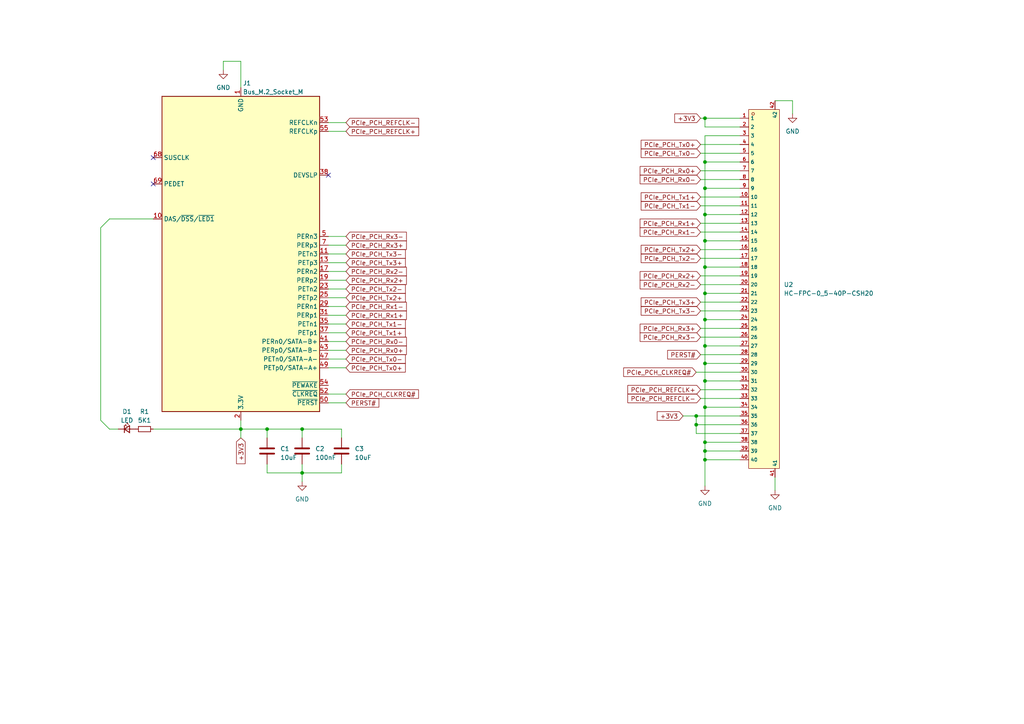
<source format=kicad_sch>
(kicad_sch
	(version 20231120)
	(generator "eeschema")
	(generator_version "8.0")
	(uuid "e25425e5-abe1-4e7e-b43c-567e87f47d2d")
	(paper "A4")
	(lib_symbols
		(symbol "Connector:Bus_M.2_Socket_M"
			(exclude_from_sim no)
			(in_bom yes)
			(on_board yes)
			(property "Reference" "J"
				(at -22.86 46.99 0)
				(effects
					(font
						(size 1.27 1.27)
					)
					(justify left)
				)
			)
			(property "Value" "Bus_M.2_Socket_M"
				(at 16.51 46.99 0)
				(effects
					(font
						(size 1.27 1.27)
					)
				)
			)
			(property "Footprint" ""
				(at 0 26.67 0)
				(effects
					(font
						(size 1.27 1.27)
					)
					(hide yes)
				)
			)
			(property "Datasheet" "http://read.pudn.com/downloads794/doc/project/3133918/PCIe_M.2_Electromechanical_Spec_Rev1.0_Final_11012013_RS_Clean.pdf#page=155"
				(at 0 26.67 0)
				(effects
					(font
						(size 1.27 1.27)
					)
					(hide yes)
				)
			)
			(property "Description" "M.2 Socket 3 Mechanical Key M"
				(at 0 0 0)
				(effects
					(font
						(size 1.27 1.27)
					)
					(hide yes)
				)
			)
			(property "ki_keywords" "M2 NGNF PCI-E"
				(at 0 0 0)
				(effects
					(font
						(size 1.27 1.27)
					)
					(hide yes)
				)
			)
			(property "ki_fp_filters" "*M*2*M*"
				(at 0 0 0)
				(effects
					(font
						(size 1.27 1.27)
					)
					(hide yes)
				)
			)
			(symbol "Bus_M.2_Socket_M_0_1"
				(rectangle
					(start -22.86 45.72)
					(end 22.86 -45.72)
					(stroke
						(width 0.254)
						(type default)
					)
					(fill
						(type background)
					)
				)
			)
			(symbol "Bus_M.2_Socket_M_1_1"
				(pin power_in line
					(at 0 -48.26 90)
					(length 2.54)
					(name "GND"
						(effects
							(font
								(size 1.27 1.27)
							)
						)
					)
					(number "1"
						(effects
							(font
								(size 1.27 1.27)
							)
						)
					)
				)
				(pin bidirectional line
					(at 25.4 -10.16 180)
					(length 2.54)
					(name "DAS/~{DSS}/~{LED1}"
						(effects
							(font
								(size 1.27 1.27)
							)
						)
					)
					(number "10"
						(effects
							(font
								(size 1.27 1.27)
							)
						)
					)
				)
				(pin output line
					(at -25.4 0 0)
					(length 2.54)
					(name "PETn3"
						(effects
							(font
								(size 1.27 1.27)
							)
						)
					)
					(number "11"
						(effects
							(font
								(size 1.27 1.27)
							)
						)
					)
				)
				(pin passive line
					(at 0 48.26 270)
					(length 2.54) hide
					(name "3.3V"
						(effects
							(font
								(size 1.27 1.27)
							)
						)
					)
					(number "12"
						(effects
							(font
								(size 1.27 1.27)
							)
						)
					)
				)
				(pin output line
					(at -25.4 2.54 0)
					(length 2.54)
					(name "PETp3"
						(effects
							(font
								(size 1.27 1.27)
							)
						)
					)
					(number "13"
						(effects
							(font
								(size 1.27 1.27)
							)
						)
					)
				)
				(pin passive line
					(at 0 48.26 270)
					(length 2.54) hide
					(name "3.3V"
						(effects
							(font
								(size 1.27 1.27)
							)
						)
					)
					(number "14"
						(effects
							(font
								(size 1.27 1.27)
							)
						)
					)
				)
				(pin passive line
					(at 0 -48.26 90)
					(length 2.54) hide
					(name "GND"
						(effects
							(font
								(size 1.27 1.27)
							)
						)
					)
					(number "15"
						(effects
							(font
								(size 1.27 1.27)
							)
						)
					)
				)
				(pin passive line
					(at 0 48.26 270)
					(length 2.54) hide
					(name "3.3V"
						(effects
							(font
								(size 1.27 1.27)
							)
						)
					)
					(number "16"
						(effects
							(font
								(size 1.27 1.27)
							)
						)
					)
				)
				(pin input line
					(at -25.4 5.08 0)
					(length 2.54)
					(name "PERn2"
						(effects
							(font
								(size 1.27 1.27)
							)
						)
					)
					(number "17"
						(effects
							(font
								(size 1.27 1.27)
							)
						)
					)
				)
				(pin passive line
					(at 0 48.26 270)
					(length 2.54) hide
					(name "3.3V"
						(effects
							(font
								(size 1.27 1.27)
							)
						)
					)
					(number "18"
						(effects
							(font
								(size 1.27 1.27)
							)
						)
					)
				)
				(pin input line
					(at -25.4 7.62 0)
					(length 2.54)
					(name "PERp2"
						(effects
							(font
								(size 1.27 1.27)
							)
						)
					)
					(number "19"
						(effects
							(font
								(size 1.27 1.27)
							)
						)
					)
				)
				(pin power_in line
					(at 0 48.26 270)
					(length 2.54)
					(name "3.3V"
						(effects
							(font
								(size 1.27 1.27)
							)
						)
					)
					(number "2"
						(effects
							(font
								(size 1.27 1.27)
							)
						)
					)
				)
				(pin no_connect line
					(at 22.86 2.54 180)
					(length 2.54) hide
					(name "NC"
						(effects
							(font
								(size 1.27 1.27)
							)
						)
					)
					(number "20"
						(effects
							(font
								(size 1.27 1.27)
							)
						)
					)
				)
				(pin passive line
					(at 0 -48.26 90)
					(length 2.54) hide
					(name "GND"
						(effects
							(font
								(size 1.27 1.27)
							)
						)
					)
					(number "21"
						(effects
							(font
								(size 1.27 1.27)
							)
						)
					)
				)
				(pin no_connect line
					(at 22.86 5.08 180)
					(length 2.54) hide
					(name "NC"
						(effects
							(font
								(size 1.27 1.27)
							)
						)
					)
					(number "22"
						(effects
							(font
								(size 1.27 1.27)
							)
						)
					)
				)
				(pin output line
					(at -25.4 10.16 0)
					(length 2.54)
					(name "PETn2"
						(effects
							(font
								(size 1.27 1.27)
							)
						)
					)
					(number "23"
						(effects
							(font
								(size 1.27 1.27)
							)
						)
					)
				)
				(pin no_connect line
					(at 22.86 7.62 180)
					(length 2.54) hide
					(name "NC"
						(effects
							(font
								(size 1.27 1.27)
							)
						)
					)
					(number "24"
						(effects
							(font
								(size 1.27 1.27)
							)
						)
					)
				)
				(pin output line
					(at -25.4 12.7 0)
					(length 2.54)
					(name "PETp2"
						(effects
							(font
								(size 1.27 1.27)
							)
						)
					)
					(number "25"
						(effects
							(font
								(size 1.27 1.27)
							)
						)
					)
				)
				(pin no_connect line
					(at 22.86 10.16 180)
					(length 2.54) hide
					(name "NC"
						(effects
							(font
								(size 1.27 1.27)
							)
						)
					)
					(number "26"
						(effects
							(font
								(size 1.27 1.27)
							)
						)
					)
				)
				(pin passive line
					(at 0 -48.26 90)
					(length 2.54) hide
					(name "GND"
						(effects
							(font
								(size 1.27 1.27)
							)
						)
					)
					(number "27"
						(effects
							(font
								(size 1.27 1.27)
							)
						)
					)
				)
				(pin no_connect line
					(at 22.86 12.7 180)
					(length 2.54) hide
					(name "NC"
						(effects
							(font
								(size 1.27 1.27)
							)
						)
					)
					(number "28"
						(effects
							(font
								(size 1.27 1.27)
							)
						)
					)
				)
				(pin input line
					(at -25.4 15.24 0)
					(length 2.54)
					(name "PERn1"
						(effects
							(font
								(size 1.27 1.27)
							)
						)
					)
					(number "29"
						(effects
							(font
								(size 1.27 1.27)
							)
						)
					)
				)
				(pin passive line
					(at 0 -48.26 90)
					(length 2.54) hide
					(name "GND"
						(effects
							(font
								(size 1.27 1.27)
							)
						)
					)
					(number "3"
						(effects
							(font
								(size 1.27 1.27)
							)
						)
					)
				)
				(pin no_connect line
					(at 22.86 15.24 180)
					(length 2.54) hide
					(name "NC"
						(effects
							(font
								(size 1.27 1.27)
							)
						)
					)
					(number "30"
						(effects
							(font
								(size 1.27 1.27)
							)
						)
					)
				)
				(pin input line
					(at -25.4 17.78 0)
					(length 2.54)
					(name "PERp1"
						(effects
							(font
								(size 1.27 1.27)
							)
						)
					)
					(number "31"
						(effects
							(font
								(size 1.27 1.27)
							)
						)
					)
				)
				(pin no_connect line
					(at 22.86 17.78 180)
					(length 2.54) hide
					(name "NC"
						(effects
							(font
								(size 1.27 1.27)
							)
						)
					)
					(number "32"
						(effects
							(font
								(size 1.27 1.27)
							)
						)
					)
				)
				(pin passive line
					(at 0 -48.26 90)
					(length 2.54) hide
					(name "GND"
						(effects
							(font
								(size 1.27 1.27)
							)
						)
					)
					(number "33"
						(effects
							(font
								(size 1.27 1.27)
							)
						)
					)
				)
				(pin no_connect line
					(at 22.86 20.32 180)
					(length 2.54) hide
					(name "NC"
						(effects
							(font
								(size 1.27 1.27)
							)
						)
					)
					(number "34"
						(effects
							(font
								(size 1.27 1.27)
							)
						)
					)
				)
				(pin output line
					(at -25.4 20.32 0)
					(length 2.54)
					(name "PETn1"
						(effects
							(font
								(size 1.27 1.27)
							)
						)
					)
					(number "35"
						(effects
							(font
								(size 1.27 1.27)
							)
						)
					)
				)
				(pin no_connect line
					(at 22.86 22.86 180)
					(length 2.54) hide
					(name "NC"
						(effects
							(font
								(size 1.27 1.27)
							)
						)
					)
					(number "36"
						(effects
							(font
								(size 1.27 1.27)
							)
						)
					)
				)
				(pin output line
					(at -25.4 22.86 0)
					(length 2.54)
					(name "PETp1"
						(effects
							(font
								(size 1.27 1.27)
							)
						)
					)
					(number "37"
						(effects
							(font
								(size 1.27 1.27)
							)
						)
					)
				)
				(pin output line
					(at -25.4 -22.86 0)
					(length 2.54)
					(name "DEVSLP"
						(effects
							(font
								(size 1.27 1.27)
							)
						)
					)
					(number "38"
						(effects
							(font
								(size 1.27 1.27)
							)
						)
					)
				)
				(pin passive line
					(at 0 -48.26 90)
					(length 2.54) hide
					(name "GND"
						(effects
							(font
								(size 1.27 1.27)
							)
						)
					)
					(number "39"
						(effects
							(font
								(size 1.27 1.27)
							)
						)
					)
				)
				(pin passive line
					(at 0 48.26 270)
					(length 2.54) hide
					(name "3.3V"
						(effects
							(font
								(size 1.27 1.27)
							)
						)
					)
					(number "4"
						(effects
							(font
								(size 1.27 1.27)
							)
						)
					)
				)
				(pin no_connect line
					(at 22.86 25.4 180)
					(length 2.54) hide
					(name "NC"
						(effects
							(font
								(size 1.27 1.27)
							)
						)
					)
					(number "40"
						(effects
							(font
								(size 1.27 1.27)
							)
						)
					)
				)
				(pin input line
					(at -25.4 25.4 0)
					(length 2.54)
					(name "PERn0/SATA-B+"
						(effects
							(font
								(size 1.27 1.27)
							)
						)
					)
					(number "41"
						(effects
							(font
								(size 1.27 1.27)
							)
						)
					)
				)
				(pin no_connect line
					(at 22.86 27.94 180)
					(length 2.54) hide
					(name "NC"
						(effects
							(font
								(size 1.27 1.27)
							)
						)
					)
					(number "42"
						(effects
							(font
								(size 1.27 1.27)
							)
						)
					)
				)
				(pin input line
					(at -25.4 27.94 0)
					(length 2.54)
					(name "PERp0/SATA-B-"
						(effects
							(font
								(size 1.27 1.27)
							)
						)
					)
					(number "43"
						(effects
							(font
								(size 1.27 1.27)
							)
						)
					)
				)
				(pin no_connect line
					(at 22.86 30.48 180)
					(length 2.54) hide
					(name "NC"
						(effects
							(font
								(size 1.27 1.27)
							)
						)
					)
					(number "44"
						(effects
							(font
								(size 1.27 1.27)
							)
						)
					)
				)
				(pin passive line
					(at 0 -48.26 90)
					(length 2.54) hide
					(name "GND"
						(effects
							(font
								(size 1.27 1.27)
							)
						)
					)
					(number "45"
						(effects
							(font
								(size 1.27 1.27)
							)
						)
					)
				)
				(pin no_connect line
					(at 22.86 33.02 180)
					(length 2.54) hide
					(name "NC"
						(effects
							(font
								(size 1.27 1.27)
							)
						)
					)
					(number "46"
						(effects
							(font
								(size 1.27 1.27)
							)
						)
					)
				)
				(pin output line
					(at -25.4 30.48 0)
					(length 2.54)
					(name "PETn0/SATA-A-"
						(effects
							(font
								(size 1.27 1.27)
							)
						)
					)
					(number "47"
						(effects
							(font
								(size 1.27 1.27)
							)
						)
					)
				)
				(pin no_connect line
					(at 22.86 35.56 180)
					(length 2.54) hide
					(name "NC"
						(effects
							(font
								(size 1.27 1.27)
							)
						)
					)
					(number "48"
						(effects
							(font
								(size 1.27 1.27)
							)
						)
					)
				)
				(pin output line
					(at -25.4 33.02 0)
					(length 2.54)
					(name "PETp0/SATA-A+"
						(effects
							(font
								(size 1.27 1.27)
							)
						)
					)
					(number "49"
						(effects
							(font
								(size 1.27 1.27)
							)
						)
					)
				)
				(pin input line
					(at -25.4 -5.08 0)
					(length 2.54)
					(name "PERn3"
						(effects
							(font
								(size 1.27 1.27)
							)
						)
					)
					(number "5"
						(effects
							(font
								(size 1.27 1.27)
							)
						)
					)
				)
				(pin output line
					(at -25.4 43.18 0)
					(length 2.54)
					(name "~{PERST}"
						(effects
							(font
								(size 1.27 1.27)
							)
						)
					)
					(number "50"
						(effects
							(font
								(size 1.27 1.27)
							)
						)
					)
				)
				(pin passive line
					(at 0 -48.26 90)
					(length 2.54) hide
					(name "GND"
						(effects
							(font
								(size 1.27 1.27)
							)
						)
					)
					(number "51"
						(effects
							(font
								(size 1.27 1.27)
							)
						)
					)
				)
				(pin bidirectional line
					(at -25.4 40.64 0)
					(length 2.54)
					(name "~{CLKREQ}"
						(effects
							(font
								(size 1.27 1.27)
							)
						)
					)
					(number "52"
						(effects
							(font
								(size 1.27 1.27)
							)
						)
					)
				)
				(pin output line
					(at -25.4 -38.1 0)
					(length 2.54)
					(name "REFCLKn"
						(effects
							(font
								(size 1.27 1.27)
							)
						)
					)
					(number "53"
						(effects
							(font
								(size 1.27 1.27)
							)
						)
					)
				)
				(pin bidirectional line
					(at -25.4 38.1 0)
					(length 2.54)
					(name "~{PEWAKE}"
						(effects
							(font
								(size 1.27 1.27)
							)
						)
					)
					(number "54"
						(effects
							(font
								(size 1.27 1.27)
							)
						)
					)
				)
				(pin output line
					(at -25.4 -35.56 0)
					(length 2.54)
					(name "REFCLKp"
						(effects
							(font
								(size 1.27 1.27)
							)
						)
					)
					(number "55"
						(effects
							(font
								(size 1.27 1.27)
							)
						)
					)
				)
				(pin no_connect line
					(at 22.86 38.1 180)
					(length 2.54) hide
					(name "NC"
						(effects
							(font
								(size 1.27 1.27)
							)
						)
					)
					(number "56"
						(effects
							(font
								(size 1.27 1.27)
							)
						)
					)
				)
				(pin passive line
					(at 0 -48.26 90)
					(length 2.54) hide
					(name "GND"
						(effects
							(font
								(size 1.27 1.27)
							)
						)
					)
					(number "57"
						(effects
							(font
								(size 1.27 1.27)
							)
						)
					)
				)
				(pin no_connect line
					(at 22.86 40.64 180)
					(length 2.54) hide
					(name "NC"
						(effects
							(font
								(size 1.27 1.27)
							)
						)
					)
					(number "58"
						(effects
							(font
								(size 1.27 1.27)
							)
						)
					)
				)
				(pin no_connect line
					(at 22.86 -2.54 180)
					(length 2.54) hide
					(name "NC"
						(effects
							(font
								(size 1.27 1.27)
							)
						)
					)
					(number "6"
						(effects
							(font
								(size 1.27 1.27)
							)
						)
					)
				)
				(pin no_connect line
					(at 22.86 -5.08 180)
					(length 2.54) hide
					(name "NC"
						(effects
							(font
								(size 1.27 1.27)
							)
						)
					)
					(number "67"
						(effects
							(font
								(size 1.27 1.27)
							)
						)
					)
				)
				(pin output line
					(at 25.4 -27.94 180)
					(length 2.54)
					(name "SUSCLK"
						(effects
							(font
								(size 1.27 1.27)
							)
						)
					)
					(number "68"
						(effects
							(font
								(size 1.27 1.27)
							)
						)
					)
				)
				(pin passive line
					(at 25.4 -20.32 180)
					(length 2.54)
					(name "PEDET"
						(effects
							(font
								(size 1.27 1.27)
							)
						)
					)
					(number "69"
						(effects
							(font
								(size 1.27 1.27)
							)
						)
					)
				)
				(pin input line
					(at -25.4 -2.54 0)
					(length 2.54)
					(name "PERp3"
						(effects
							(font
								(size 1.27 1.27)
							)
						)
					)
					(number "7"
						(effects
							(font
								(size 1.27 1.27)
							)
						)
					)
				)
				(pin passive line
					(at 0 48.26 270)
					(length 2.54) hide
					(name "3.3V"
						(effects
							(font
								(size 1.27 1.27)
							)
						)
					)
					(number "70"
						(effects
							(font
								(size 1.27 1.27)
							)
						)
					)
				)
				(pin passive line
					(at 0 -48.26 90)
					(length 2.54) hide
					(name "GND"
						(effects
							(font
								(size 1.27 1.27)
							)
						)
					)
					(number "71"
						(effects
							(font
								(size 1.27 1.27)
							)
						)
					)
				)
				(pin passive line
					(at 0 48.26 270)
					(length 2.54) hide
					(name "3.3V"
						(effects
							(font
								(size 1.27 1.27)
							)
						)
					)
					(number "72"
						(effects
							(font
								(size 1.27 1.27)
							)
						)
					)
				)
				(pin passive line
					(at 0 -48.26 90)
					(length 2.54) hide
					(name "GND"
						(effects
							(font
								(size 1.27 1.27)
							)
						)
					)
					(number "73"
						(effects
							(font
								(size 1.27 1.27)
							)
						)
					)
				)
				(pin passive line
					(at 0 48.26 270)
					(length 2.54) hide
					(name "3.3V"
						(effects
							(font
								(size 1.27 1.27)
							)
						)
					)
					(number "74"
						(effects
							(font
								(size 1.27 1.27)
							)
						)
					)
				)
				(pin passive line
					(at 0 -48.26 90)
					(length 2.54) hide
					(name "GND"
						(effects
							(font
								(size 1.27 1.27)
							)
						)
					)
					(number "75"
						(effects
							(font
								(size 1.27 1.27)
							)
						)
					)
				)
				(pin no_connect line
					(at 22.86 0 180)
					(length 2.54) hide
					(name "NC"
						(effects
							(font
								(size 1.27 1.27)
							)
						)
					)
					(number "8"
						(effects
							(font
								(size 1.27 1.27)
							)
						)
					)
				)
				(pin passive line
					(at 0 -48.26 90)
					(length 2.54) hide
					(name "GND"
						(effects
							(font
								(size 1.27 1.27)
							)
						)
					)
					(number "9"
						(effects
							(font
								(size 1.27 1.27)
							)
						)
					)
				)
			)
		)
		(symbol "Device:C"
			(pin_numbers hide)
			(pin_names
				(offset 0.254)
			)
			(exclude_from_sim no)
			(in_bom yes)
			(on_board yes)
			(property "Reference" "C"
				(at 0.635 2.54 0)
				(effects
					(font
						(size 1.27 1.27)
					)
					(justify left)
				)
			)
			(property "Value" "C"
				(at 0.635 -2.54 0)
				(effects
					(font
						(size 1.27 1.27)
					)
					(justify left)
				)
			)
			(property "Footprint" ""
				(at 0.9652 -3.81 0)
				(effects
					(font
						(size 1.27 1.27)
					)
					(hide yes)
				)
			)
			(property "Datasheet" "~"
				(at 0 0 0)
				(effects
					(font
						(size 1.27 1.27)
					)
					(hide yes)
				)
			)
			(property "Description" "Unpolarized capacitor"
				(at 0 0 0)
				(effects
					(font
						(size 1.27 1.27)
					)
					(hide yes)
				)
			)
			(property "ki_keywords" "cap capacitor"
				(at 0 0 0)
				(effects
					(font
						(size 1.27 1.27)
					)
					(hide yes)
				)
			)
			(property "ki_fp_filters" "C_*"
				(at 0 0 0)
				(effects
					(font
						(size 1.27 1.27)
					)
					(hide yes)
				)
			)
			(symbol "C_0_1"
				(polyline
					(pts
						(xy -2.032 -0.762) (xy 2.032 -0.762)
					)
					(stroke
						(width 0.508)
						(type default)
					)
					(fill
						(type none)
					)
				)
				(polyline
					(pts
						(xy -2.032 0.762) (xy 2.032 0.762)
					)
					(stroke
						(width 0.508)
						(type default)
					)
					(fill
						(type none)
					)
				)
			)
			(symbol "C_1_1"
				(pin passive line
					(at 0 3.81 270)
					(length 2.794)
					(name "~"
						(effects
							(font
								(size 1.27 1.27)
							)
						)
					)
					(number "1"
						(effects
							(font
								(size 1.27 1.27)
							)
						)
					)
				)
				(pin passive line
					(at 0 -3.81 90)
					(length 2.794)
					(name "~"
						(effects
							(font
								(size 1.27 1.27)
							)
						)
					)
					(number "2"
						(effects
							(font
								(size 1.27 1.27)
							)
						)
					)
				)
			)
		)
		(symbol "Device:LED_Small"
			(pin_numbers hide)
			(pin_names
				(offset 0.254) hide)
			(exclude_from_sim no)
			(in_bom yes)
			(on_board yes)
			(property "Reference" "D"
				(at -1.27 3.175 0)
				(effects
					(font
						(size 1.27 1.27)
					)
					(justify left)
				)
			)
			(property "Value" "LED_Small"
				(at -4.445 -2.54 0)
				(effects
					(font
						(size 1.27 1.27)
					)
					(justify left)
				)
			)
			(property "Footprint" ""
				(at 0 0 90)
				(effects
					(font
						(size 1.27 1.27)
					)
					(hide yes)
				)
			)
			(property "Datasheet" "~"
				(at 0 0 90)
				(effects
					(font
						(size 1.27 1.27)
					)
					(hide yes)
				)
			)
			(property "Description" "Light emitting diode, small symbol"
				(at 0 0 0)
				(effects
					(font
						(size 1.27 1.27)
					)
					(hide yes)
				)
			)
			(property "ki_keywords" "LED diode light-emitting-diode"
				(at 0 0 0)
				(effects
					(font
						(size 1.27 1.27)
					)
					(hide yes)
				)
			)
			(property "ki_fp_filters" "LED* LED_SMD:* LED_THT:*"
				(at 0 0 0)
				(effects
					(font
						(size 1.27 1.27)
					)
					(hide yes)
				)
			)
			(symbol "LED_Small_0_1"
				(polyline
					(pts
						(xy -0.762 -1.016) (xy -0.762 1.016)
					)
					(stroke
						(width 0.254)
						(type default)
					)
					(fill
						(type none)
					)
				)
				(polyline
					(pts
						(xy 1.016 0) (xy -0.762 0)
					)
					(stroke
						(width 0)
						(type default)
					)
					(fill
						(type none)
					)
				)
				(polyline
					(pts
						(xy 0.762 -1.016) (xy -0.762 0) (xy 0.762 1.016) (xy 0.762 -1.016)
					)
					(stroke
						(width 0.254)
						(type default)
					)
					(fill
						(type none)
					)
				)
				(polyline
					(pts
						(xy 0 0.762) (xy -0.508 1.27) (xy -0.254 1.27) (xy -0.508 1.27) (xy -0.508 1.016)
					)
					(stroke
						(width 0)
						(type default)
					)
					(fill
						(type none)
					)
				)
				(polyline
					(pts
						(xy 0.508 1.27) (xy 0 1.778) (xy 0.254 1.778) (xy 0 1.778) (xy 0 1.524)
					)
					(stroke
						(width 0)
						(type default)
					)
					(fill
						(type none)
					)
				)
			)
			(symbol "LED_Small_1_1"
				(pin passive line
					(at -2.54 0 0)
					(length 1.778)
					(name "K"
						(effects
							(font
								(size 1.27 1.27)
							)
						)
					)
					(number "1"
						(effects
							(font
								(size 1.27 1.27)
							)
						)
					)
				)
				(pin passive line
					(at 2.54 0 180)
					(length 1.778)
					(name "A"
						(effects
							(font
								(size 1.27 1.27)
							)
						)
					)
					(number "2"
						(effects
							(font
								(size 1.27 1.27)
							)
						)
					)
				)
			)
		)
		(symbol "Device:R_Small"
			(pin_numbers hide)
			(pin_names
				(offset 0.254) hide)
			(exclude_from_sim no)
			(in_bom yes)
			(on_board yes)
			(property "Reference" "R"
				(at 0.762 0.508 0)
				(effects
					(font
						(size 1.27 1.27)
					)
					(justify left)
				)
			)
			(property "Value" "R_Small"
				(at 0.762 -1.016 0)
				(effects
					(font
						(size 1.27 1.27)
					)
					(justify left)
				)
			)
			(property "Footprint" ""
				(at 0 0 0)
				(effects
					(font
						(size 1.27 1.27)
					)
					(hide yes)
				)
			)
			(property "Datasheet" "~"
				(at 0 0 0)
				(effects
					(font
						(size 1.27 1.27)
					)
					(hide yes)
				)
			)
			(property "Description" "Resistor, small symbol"
				(at 0 0 0)
				(effects
					(font
						(size 1.27 1.27)
					)
					(hide yes)
				)
			)
			(property "ki_keywords" "R resistor"
				(at 0 0 0)
				(effects
					(font
						(size 1.27 1.27)
					)
					(hide yes)
				)
			)
			(property "ki_fp_filters" "R_*"
				(at 0 0 0)
				(effects
					(font
						(size 1.27 1.27)
					)
					(hide yes)
				)
			)
			(symbol "R_Small_0_1"
				(rectangle
					(start -0.762 1.778)
					(end 0.762 -1.778)
					(stroke
						(width 0.2032)
						(type default)
					)
					(fill
						(type none)
					)
				)
			)
			(symbol "R_Small_1_1"
				(pin passive line
					(at 0 2.54 270)
					(length 0.762)
					(name "~"
						(effects
							(font
								(size 1.27 1.27)
							)
						)
					)
					(number "1"
						(effects
							(font
								(size 1.27 1.27)
							)
						)
					)
				)
				(pin passive line
					(at 0 -2.54 90)
					(length 0.762)
					(name "~"
						(effects
							(font
								(size 1.27 1.27)
							)
						)
					)
					(number "2"
						(effects
							(font
								(size 1.27 1.27)
							)
						)
					)
				)
			)
		)
		(symbol "HC-FPC-0_5-40P-CSH20:HC-FPC-0_5-40P-CSH20"
			(exclude_from_sim no)
			(in_bom yes)
			(on_board yes)
			(property "Reference" "U"
				(at 0 1.27 0)
				(effects
					(font
						(size 1.27 1.27)
					)
				)
			)
			(property "Value" "HC-FPC-0_5-40P-CSH20"
				(at 0 -2.54 0)
				(effects
					(font
						(size 1.27 1.27)
					)
				)
			)
			(property "Footprint" "footprint:FPC-SMD_40P-P0.50_HC-FPC-0.5-40P-CSH20"
				(at 0 -10.16 0)
				(effects
					(font
						(size 1.27 1.27)
						(italic yes)
					)
					(hide yes)
				)
			)
			(property "Datasheet" "https://atta.szlcsc.com/upload/public/pdf/source/20231201/8F1C6588257103362B533B7203431779.pdf"
				(at -2.286 0.127 0)
				(effects
					(font
						(size 1.27 1.27)
					)
					(justify left)
					(hide yes)
				)
			)
			(property "Description" ""
				(at 0 0 0)
				(effects
					(font
						(size 1.27 1.27)
					)
					(hide yes)
				)
			)
			(property "LCSC" "C19273956"
				(at 0 0 0)
				(effects
					(font
						(size 1.27 1.27)
					)
					(hide yes)
				)
			)
			(property "ki_keywords" "C19273956"
				(at 0 0 0)
				(effects
					(font
						(size 1.27 1.27)
					)
					(hide yes)
				)
			)
			(symbol "HC-FPC-0_5-40P-CSH20_0_1"
				(rectangle
					(start -2.54 53.3401)
					(end 6.35 -50.8001)
					(stroke
						(width 0)
						(type default)
					)
					(fill
						(type background)
					)
				)
				(circle
					(center -1.27 52.0701)
					(radius 0.381)
					(stroke
						(width 0)
						(type default)
					)
					(fill
						(type background)
					)
				)
				(pin unspecified line
					(at -5.08 50.8 0)
					(length 2.54)
					(name "1"
						(effects
							(font
								(size 1 1)
							)
						)
					)
					(number "1"
						(effects
							(font
								(size 1 1)
							)
						)
					)
				)
				(pin unspecified line
					(at -5.08 27.94 0)
					(length 2.54)
					(name "10"
						(effects
							(font
								(size 1 1)
							)
						)
					)
					(number "10"
						(effects
							(font
								(size 1 1)
							)
						)
					)
				)
				(pin unspecified line
					(at -5.08 25.4 0)
					(length 2.54)
					(name "11"
						(effects
							(font
								(size 1 1)
							)
						)
					)
					(number "11"
						(effects
							(font
								(size 1 1)
							)
						)
					)
				)
				(pin unspecified line
					(at -5.08 22.86 0)
					(length 2.54)
					(name "12"
						(effects
							(font
								(size 1 1)
							)
						)
					)
					(number "12"
						(effects
							(font
								(size 1 1)
							)
						)
					)
				)
				(pin unspecified line
					(at -5.08 20.32 0)
					(length 2.54)
					(name "13"
						(effects
							(font
								(size 1 1)
							)
						)
					)
					(number "13"
						(effects
							(font
								(size 1 1)
							)
						)
					)
				)
				(pin unspecified line
					(at -5.08 17.78 0)
					(length 2.54)
					(name "14"
						(effects
							(font
								(size 1 1)
							)
						)
					)
					(number "14"
						(effects
							(font
								(size 1 1)
							)
						)
					)
				)
				(pin unspecified line
					(at -5.08 15.24 0)
					(length 2.54)
					(name "15"
						(effects
							(font
								(size 1 1)
							)
						)
					)
					(number "15"
						(effects
							(font
								(size 1 1)
							)
						)
					)
				)
				(pin unspecified line
					(at -5.08 12.7 0)
					(length 2.54)
					(name "16"
						(effects
							(font
								(size 1 1)
							)
						)
					)
					(number "16"
						(effects
							(font
								(size 1 1)
							)
						)
					)
				)
				(pin unspecified line
					(at -5.08 10.16 0)
					(length 2.54)
					(name "17"
						(effects
							(font
								(size 1 1)
							)
						)
					)
					(number "17"
						(effects
							(font
								(size 1 1)
							)
						)
					)
				)
				(pin unspecified line
					(at -5.08 7.62 0)
					(length 2.54)
					(name "18"
						(effects
							(font
								(size 1 1)
							)
						)
					)
					(number "18"
						(effects
							(font
								(size 1 1)
							)
						)
					)
				)
				(pin unspecified line
					(at -5.08 5.08 0)
					(length 2.54)
					(name "19"
						(effects
							(font
								(size 1 1)
							)
						)
					)
					(number "19"
						(effects
							(font
								(size 1 1)
							)
						)
					)
				)
				(pin unspecified line
					(at -5.08 48.26 0)
					(length 2.54)
					(name "2"
						(effects
							(font
								(size 1 1)
							)
						)
					)
					(number "2"
						(effects
							(font
								(size 1 1)
							)
						)
					)
				)
				(pin unspecified line
					(at -5.08 2.54 0)
					(length 2.54)
					(name "20"
						(effects
							(font
								(size 1 1)
							)
						)
					)
					(number "20"
						(effects
							(font
								(size 1 1)
							)
						)
					)
				)
				(pin unspecified line
					(at -5.08 0 0)
					(length 2.54)
					(name "21"
						(effects
							(font
								(size 1 1)
							)
						)
					)
					(number "21"
						(effects
							(font
								(size 1 1)
							)
						)
					)
				)
				(pin unspecified line
					(at -5.08 -2.54 0)
					(length 2.54)
					(name "22"
						(effects
							(font
								(size 1 1)
							)
						)
					)
					(number "22"
						(effects
							(font
								(size 1 1)
							)
						)
					)
				)
				(pin unspecified line
					(at -5.08 -5.08 0)
					(length 2.54)
					(name "23"
						(effects
							(font
								(size 1 1)
							)
						)
					)
					(number "23"
						(effects
							(font
								(size 1 1)
							)
						)
					)
				)
				(pin unspecified line
					(at -5.08 -7.62 0)
					(length 2.54)
					(name "24"
						(effects
							(font
								(size 1 1)
							)
						)
					)
					(number "24"
						(effects
							(font
								(size 1 1)
							)
						)
					)
				)
				(pin unspecified line
					(at -5.08 -10.16 0)
					(length 2.54)
					(name "25"
						(effects
							(font
								(size 1 1)
							)
						)
					)
					(number "25"
						(effects
							(font
								(size 1 1)
							)
						)
					)
				)
				(pin unspecified line
					(at -5.08 -12.7 0)
					(length 2.54)
					(name "26"
						(effects
							(font
								(size 1 1)
							)
						)
					)
					(number "26"
						(effects
							(font
								(size 1 1)
							)
						)
					)
				)
				(pin unspecified line
					(at -5.08 -15.24 0)
					(length 2.54)
					(name "27"
						(effects
							(font
								(size 1 1)
							)
						)
					)
					(number "27"
						(effects
							(font
								(size 1 1)
							)
						)
					)
				)
				(pin unspecified line
					(at -5.08 -17.78 0)
					(length 2.54)
					(name "28"
						(effects
							(font
								(size 1 1)
							)
						)
					)
					(number "28"
						(effects
							(font
								(size 1 1)
							)
						)
					)
				)
				(pin unspecified line
					(at -5.08 -20.32 0)
					(length 2.54)
					(name "29"
						(effects
							(font
								(size 1 1)
							)
						)
					)
					(number "29"
						(effects
							(font
								(size 1 1)
							)
						)
					)
				)
				(pin unspecified line
					(at -5.08 45.72 0)
					(length 2.54)
					(name "3"
						(effects
							(font
								(size 1 1)
							)
						)
					)
					(number "3"
						(effects
							(font
								(size 1 1)
							)
						)
					)
				)
				(pin unspecified line
					(at -5.08 -22.86 0)
					(length 2.54)
					(name "30"
						(effects
							(font
								(size 1 1)
							)
						)
					)
					(number "30"
						(effects
							(font
								(size 1 1)
							)
						)
					)
				)
				(pin unspecified line
					(at -5.08 -25.4 0)
					(length 2.54)
					(name "31"
						(effects
							(font
								(size 1 1)
							)
						)
					)
					(number "31"
						(effects
							(font
								(size 1 1)
							)
						)
					)
				)
				(pin unspecified line
					(at -5.08 -27.94 0)
					(length 2.54)
					(name "32"
						(effects
							(font
								(size 1 1)
							)
						)
					)
					(number "32"
						(effects
							(font
								(size 1 1)
							)
						)
					)
				)
				(pin unspecified line
					(at -5.08 -30.48 0)
					(length 2.54)
					(name "33"
						(effects
							(font
								(size 1 1)
							)
						)
					)
					(number "33"
						(effects
							(font
								(size 1 1)
							)
						)
					)
				)
				(pin unspecified line
					(at -5.08 -33.02 0)
					(length 2.54)
					(name "34"
						(effects
							(font
								(size 1 1)
							)
						)
					)
					(number "34"
						(effects
							(font
								(size 1 1)
							)
						)
					)
				)
				(pin unspecified line
					(at -5.08 -35.56 0)
					(length 2.54)
					(name "35"
						(effects
							(font
								(size 1 1)
							)
						)
					)
					(number "35"
						(effects
							(font
								(size 1 1)
							)
						)
					)
				)
				(pin unspecified line
					(at -5.08 -38.1 0)
					(length 2.54)
					(name "36"
						(effects
							(font
								(size 1 1)
							)
						)
					)
					(number "36"
						(effects
							(font
								(size 1 1)
							)
						)
					)
				)
				(pin unspecified line
					(at -5.08 -40.64 0)
					(length 2.54)
					(name "37"
						(effects
							(font
								(size 1 1)
							)
						)
					)
					(number "37"
						(effects
							(font
								(size 1 1)
							)
						)
					)
				)
				(pin unspecified line
					(at -5.08 -43.18 0)
					(length 2.54)
					(name "38"
						(effects
							(font
								(size 1 1)
							)
						)
					)
					(number "38"
						(effects
							(font
								(size 1 1)
							)
						)
					)
				)
				(pin unspecified line
					(at -5.08 -45.72 0)
					(length 2.54)
					(name "39"
						(effects
							(font
								(size 1 1)
							)
						)
					)
					(number "39"
						(effects
							(font
								(size 1 1)
							)
						)
					)
				)
				(pin unspecified line
					(at -5.08 43.18 0)
					(length 2.54)
					(name "4"
						(effects
							(font
								(size 1 1)
							)
						)
					)
					(number "4"
						(effects
							(font
								(size 1 1)
							)
						)
					)
				)
				(pin unspecified line
					(at -5.08 -48.26 0)
					(length 2.54)
					(name "40"
						(effects
							(font
								(size 1 1)
							)
						)
					)
					(number "40"
						(effects
							(font
								(size 1 1)
							)
						)
					)
				)
				(pin unspecified line
					(at 5.08 -53.34 90)
					(length 2.54)
					(name "41"
						(effects
							(font
								(size 1 1)
							)
						)
					)
					(number "41"
						(effects
							(font
								(size 1 1)
							)
						)
					)
				)
				(pin unspecified line
					(at 5.08 55.88 270)
					(length 2.54)
					(name "42"
						(effects
							(font
								(size 1 1)
							)
						)
					)
					(number "42"
						(effects
							(font
								(size 1 1)
							)
						)
					)
				)
				(pin unspecified line
					(at -5.08 40.64 0)
					(length 2.54)
					(name "5"
						(effects
							(font
								(size 1 1)
							)
						)
					)
					(number "5"
						(effects
							(font
								(size 1 1)
							)
						)
					)
				)
				(pin unspecified line
					(at -5.08 38.1 0)
					(length 2.54)
					(name "6"
						(effects
							(font
								(size 1 1)
							)
						)
					)
					(number "6"
						(effects
							(font
								(size 1 1)
							)
						)
					)
				)
				(pin unspecified line
					(at -5.08 35.56 0)
					(length 2.54)
					(name "7"
						(effects
							(font
								(size 1 1)
							)
						)
					)
					(number "7"
						(effects
							(font
								(size 1 1)
							)
						)
					)
				)
				(pin unspecified line
					(at -5.08 33.02 0)
					(length 2.54)
					(name "8"
						(effects
							(font
								(size 1 1)
							)
						)
					)
					(number "8"
						(effects
							(font
								(size 1 1)
							)
						)
					)
				)
				(pin unspecified line
					(at -5.08 30.48 0)
					(length 2.54)
					(name "9"
						(effects
							(font
								(size 1 1)
							)
						)
					)
					(number "9"
						(effects
							(font
								(size 1 1)
							)
						)
					)
				)
			)
		)
		(symbol "power:GND"
			(power)
			(pin_names
				(offset 0)
			)
			(exclude_from_sim no)
			(in_bom yes)
			(on_board yes)
			(property "Reference" "#PWR"
				(at 0 -6.35 0)
				(effects
					(font
						(size 1.27 1.27)
					)
					(hide yes)
				)
			)
			(property "Value" "GND"
				(at 0 -3.81 0)
				(effects
					(font
						(size 1.27 1.27)
					)
				)
			)
			(property "Footprint" ""
				(at 0 0 0)
				(effects
					(font
						(size 1.27 1.27)
					)
					(hide yes)
				)
			)
			(property "Datasheet" ""
				(at 0 0 0)
				(effects
					(font
						(size 1.27 1.27)
					)
					(hide yes)
				)
			)
			(property "Description" "Power symbol creates a global label with name \"GND\" , ground"
				(at 0 0 0)
				(effects
					(font
						(size 1.27 1.27)
					)
					(hide yes)
				)
			)
			(property "ki_keywords" "global power"
				(at 0 0 0)
				(effects
					(font
						(size 1.27 1.27)
					)
					(hide yes)
				)
			)
			(symbol "GND_0_1"
				(polyline
					(pts
						(xy 0 0) (xy 0 -1.27) (xy 1.27 -1.27) (xy 0 -2.54) (xy -1.27 -1.27) (xy 0 -1.27)
					)
					(stroke
						(width 0)
						(type default)
					)
					(fill
						(type none)
					)
				)
			)
			(symbol "GND_1_1"
				(pin power_in line
					(at 0 0 270)
					(length 0) hide
					(name "GND"
						(effects
							(font
								(size 1.27 1.27)
							)
						)
					)
					(number "1"
						(effects
							(font
								(size 1.27 1.27)
							)
						)
					)
				)
			)
		)
	)
	(junction
		(at 204.47 62.23)
		(diameter 0)
		(color 0 0 0 0)
		(uuid "1754d0e7-3c43-4b93-9618-247100e77f0c")
	)
	(junction
		(at 204.47 118.11)
		(diameter 0)
		(color 0 0 0 0)
		(uuid "1cd1970b-cfe6-4729-8cba-436914e0bce3")
	)
	(junction
		(at 77.47 124.46)
		(diameter 0)
		(color 0 0 0 0)
		(uuid "22d2ce25-1495-48c6-969a-1bf62ef402f7")
	)
	(junction
		(at 201.93 123.19)
		(diameter 0)
		(color 0 0 0 0)
		(uuid "23db7094-9335-4e77-9efe-cd1393958855")
	)
	(junction
		(at 204.47 130.81)
		(diameter 0)
		(color 0 0 0 0)
		(uuid "2d40ea8d-2fce-4dbf-8afb-c6e496a4f0eb")
	)
	(junction
		(at 204.47 110.49)
		(diameter 0)
		(color 0 0 0 0)
		(uuid "45efacfe-7cc4-43ac-816d-3a58508ca0a6")
	)
	(junction
		(at 204.47 54.61)
		(diameter 0)
		(color 0 0 0 0)
		(uuid "4a0b086d-0690-4069-a712-f3a18df1bc81")
	)
	(junction
		(at 204.47 133.35)
		(diameter 0)
		(color 0 0 0 0)
		(uuid "4cb2ad9c-ece6-40a3-9e94-8119588e8882")
	)
	(junction
		(at 204.47 69.85)
		(diameter 0)
		(color 0 0 0 0)
		(uuid "52c440e1-21a2-4703-810c-18dfff2ec7e9")
	)
	(junction
		(at 201.93 120.65)
		(diameter 0)
		(color 0 0 0 0)
		(uuid "62236349-b0ab-462d-a79b-6a3ffd702898")
	)
	(junction
		(at 204.47 46.99)
		(diameter 0)
		(color 0 0 0 0)
		(uuid "7eb15590-0d93-4bab-bb6b-7ed4907023af")
	)
	(junction
		(at 87.63 124.46)
		(diameter 0)
		(color 0 0 0 0)
		(uuid "834138cd-ac52-497b-b03b-302d7889045b")
	)
	(junction
		(at 87.63 137.16)
		(diameter 0)
		(color 0 0 0 0)
		(uuid "899011bf-2900-4621-a5df-7a557658c604")
	)
	(junction
		(at 204.47 77.47)
		(diameter 0)
		(color 0 0 0 0)
		(uuid "8e035466-65f0-42ae-b0ad-879463ce666d")
	)
	(junction
		(at 204.47 105.41)
		(diameter 0)
		(color 0 0 0 0)
		(uuid "91d43c92-31b2-4b58-8604-533abe6b9b0b")
	)
	(junction
		(at 204.47 34.29)
		(diameter 0)
		(color 0 0 0 0)
		(uuid "aaf39a9d-f47f-42db-9587-6a1ad5a52f03")
	)
	(junction
		(at 204.47 128.27)
		(diameter 0)
		(color 0 0 0 0)
		(uuid "c9c2e53c-35f3-45c2-88ad-057a9268884f")
	)
	(junction
		(at 204.47 92.71)
		(diameter 0)
		(color 0 0 0 0)
		(uuid "d7a3348d-c29e-436c-a983-ccc1a1d82618")
	)
	(junction
		(at 69.85 124.46)
		(diameter 0)
		(color 0 0 0 0)
		(uuid "d8ee76f2-7f3d-40f6-af40-7fbf4462b45a")
	)
	(junction
		(at 204.47 85.09)
		(diameter 0)
		(color 0 0 0 0)
		(uuid "f450eaab-5948-4351-ab33-fb44f460302b")
	)
	(junction
		(at 204.47 100.33)
		(diameter 0)
		(color 0 0 0 0)
		(uuid "ffba56e3-80cf-4815-aa55-16cb1616d000")
	)
	(no_connect
		(at 44.45 45.72)
		(uuid "9b98e471-b50e-48b9-8ad4-6be51ae4f36b")
	)
	(no_connect
		(at 44.45 53.34)
		(uuid "a0b6435d-7fc4-4d33-b52b-08b3376041c1")
	)
	(no_connect
		(at 95.25 50.8)
		(uuid "b40a60ca-2068-47f5-b962-6c5b84b91939")
	)
	(wire
		(pts
			(xy 204.47 34.29) (xy 204.47 36.83)
		)
		(stroke
			(width 0)
			(type default)
		)
		(uuid "01a89f31-2bc3-4695-aa48-1001b3f20b91")
	)
	(wire
		(pts
			(xy 203.2 80.01) (xy 214.63 80.01)
		)
		(stroke
			(width 0)
			(type default)
		)
		(uuid "02c882c4-9853-4c80-b7d2-258f71bc1ca1")
	)
	(wire
		(pts
			(xy 204.47 105.41) (xy 204.47 100.33)
		)
		(stroke
			(width 0)
			(type default)
		)
		(uuid "0f58c1ef-79e1-40c4-983d-093cbbe611b6")
	)
	(wire
		(pts
			(xy 201.93 107.95) (xy 214.63 107.95)
		)
		(stroke
			(width 0)
			(type default)
		)
		(uuid "1873d835-c5e2-4487-98d4-e02bbd898a23")
	)
	(wire
		(pts
			(xy 203.2 82.55) (xy 214.63 82.55)
		)
		(stroke
			(width 0)
			(type default)
		)
		(uuid "188f7481-fd48-4926-84c5-6ba1b22e0482")
	)
	(wire
		(pts
			(xy 95.25 71.12) (xy 100.33 71.12)
		)
		(stroke
			(width 0)
			(type default)
		)
		(uuid "1aa5a55a-ee61-402e-9a82-678e0e2748cb")
	)
	(wire
		(pts
			(xy 204.47 100.33) (xy 214.63 100.33)
		)
		(stroke
			(width 0)
			(type default)
		)
		(uuid "1ae10cc3-6cc5-45c9-86de-587ed4644a11")
	)
	(wire
		(pts
			(xy 204.47 69.85) (xy 204.47 62.23)
		)
		(stroke
			(width 0)
			(type default)
		)
		(uuid "1d833a71-e657-40e8-bd9c-ff3f40107ed2")
	)
	(wire
		(pts
			(xy 203.2 49.53) (xy 214.63 49.53)
		)
		(stroke
			(width 0)
			(type default)
		)
		(uuid "202e5542-bcfb-44fd-b7ca-85492f786c2e")
	)
	(wire
		(pts
			(xy 204.47 36.83) (xy 214.63 36.83)
		)
		(stroke
			(width 0)
			(type default)
		)
		(uuid "21313772-7e2f-4b40-bd2b-f9ebb23c4f1b")
	)
	(wire
		(pts
			(xy 203.2 34.29) (xy 204.47 34.29)
		)
		(stroke
			(width 0)
			(type default)
		)
		(uuid "2159cd34-02ac-4c26-9c5c-af7327e381e0")
	)
	(wire
		(pts
			(xy 87.63 137.16) (xy 87.63 139.7)
		)
		(stroke
			(width 0)
			(type default)
		)
		(uuid "2441dfad-37e8-4424-8041-d6f8d865c4b2")
	)
	(wire
		(pts
			(xy 87.63 137.16) (xy 87.63 134.62)
		)
		(stroke
			(width 0)
			(type default)
		)
		(uuid "24522aed-9470-40a3-969e-c5452bb32d9c")
	)
	(wire
		(pts
			(xy 201.93 125.73) (xy 214.63 125.73)
		)
		(stroke
			(width 0)
			(type default)
		)
		(uuid "2791ca9a-d2ce-4eb6-bf00-a637fe1c225d")
	)
	(wire
		(pts
			(xy 204.47 130.81) (xy 204.47 128.27)
		)
		(stroke
			(width 0)
			(type default)
		)
		(uuid "2a00f8c8-f644-43f5-833c-d43021b46a17")
	)
	(wire
		(pts
			(xy 31.75 124.46) (xy 29.21 121.92)
		)
		(stroke
			(width 0)
			(type default)
		)
		(uuid "2a53ee6c-0e6c-4a97-98c2-529f9262ec79")
	)
	(wire
		(pts
			(xy 77.47 137.16) (xy 87.63 137.16)
		)
		(stroke
			(width 0)
			(type default)
		)
		(uuid "2e05ebd1-11af-44bb-a71a-998843704876")
	)
	(wire
		(pts
			(xy 203.2 44.45) (xy 214.63 44.45)
		)
		(stroke
			(width 0)
			(type default)
		)
		(uuid "2e07b519-296f-46ba-93ff-a95f8c68d7be")
	)
	(wire
		(pts
			(xy 95.25 106.68) (xy 100.33 106.68)
		)
		(stroke
			(width 0)
			(type default)
		)
		(uuid "2e498e20-aa07-4b00-8a16-56641a6ab72c")
	)
	(wire
		(pts
			(xy 204.47 118.11) (xy 204.47 110.49)
		)
		(stroke
			(width 0)
			(type default)
		)
		(uuid "30b449e8-26dc-4ec8-bdc6-cdd241ba171a")
	)
	(wire
		(pts
			(xy 69.85 121.92) (xy 69.85 124.46)
		)
		(stroke
			(width 0)
			(type default)
		)
		(uuid "31ee7e9b-8472-41ab-bcbc-f6c8f3e68d6f")
	)
	(wire
		(pts
			(xy 95.25 99.06) (xy 100.33 99.06)
		)
		(stroke
			(width 0)
			(type default)
		)
		(uuid "3b5edbaf-0b1e-4997-a0e7-8fc77248d555")
	)
	(wire
		(pts
			(xy 203.2 113.03) (xy 214.63 113.03)
		)
		(stroke
			(width 0)
			(type default)
		)
		(uuid "3bb7c2b9-b497-4923-bea7-da8ef4338a59")
	)
	(wire
		(pts
			(xy 69.85 124.46) (xy 77.47 124.46)
		)
		(stroke
			(width 0)
			(type default)
		)
		(uuid "406dafdf-132f-4c60-93be-e1f51cf6bdbe")
	)
	(wire
		(pts
			(xy 95.25 68.58) (xy 100.33 68.58)
		)
		(stroke
			(width 0)
			(type default)
		)
		(uuid "459ef8bb-c3e8-44a1-970b-00b126830c3c")
	)
	(wire
		(pts
			(xy 64.77 17.78) (xy 69.85 17.78)
		)
		(stroke
			(width 0)
			(type default)
		)
		(uuid "461a595d-3fdd-4318-a628-611b18a9c14e")
	)
	(wire
		(pts
			(xy 198.12 120.65) (xy 201.93 120.65)
		)
		(stroke
			(width 0)
			(type default)
		)
		(uuid "474f4cc5-b8a9-4737-b652-adc7a2ec7de2")
	)
	(wire
		(pts
			(xy 203.2 64.77) (xy 214.63 64.77)
		)
		(stroke
			(width 0)
			(type default)
		)
		(uuid "475c9af3-b10e-4648-9a21-e027f9aed2c5")
	)
	(wire
		(pts
			(xy 201.93 123.19) (xy 201.93 120.65)
		)
		(stroke
			(width 0)
			(type default)
		)
		(uuid "47a369fa-913f-4a63-a29c-568e82b2fa7b")
	)
	(wire
		(pts
			(xy 204.47 54.61) (xy 204.47 46.99)
		)
		(stroke
			(width 0)
			(type default)
		)
		(uuid "490a042f-f321-4665-98d0-cfc035099361")
	)
	(wire
		(pts
			(xy 44.45 124.46) (xy 69.85 124.46)
		)
		(stroke
			(width 0)
			(type default)
		)
		(uuid "4a07129e-c7e6-4e30-a48a-3e47f5624af5")
	)
	(wire
		(pts
			(xy 95.25 35.56) (xy 100.33 35.56)
		)
		(stroke
			(width 0)
			(type default)
		)
		(uuid "4ed4474e-9ee3-492b-add7-7ca3b3960522")
	)
	(wire
		(pts
			(xy 204.47 128.27) (xy 204.47 118.11)
		)
		(stroke
			(width 0)
			(type default)
		)
		(uuid "4fe5610e-f268-402a-9cbc-577ae4737fc2")
	)
	(wire
		(pts
			(xy 95.25 114.3) (xy 100.33 114.3)
		)
		(stroke
			(width 0)
			(type default)
		)
		(uuid "50dd21a9-f6fe-4c03-9ae8-521b0d30207a")
	)
	(wire
		(pts
			(xy 69.85 124.46) (xy 69.85 127)
		)
		(stroke
			(width 0)
			(type default)
		)
		(uuid "514f67e0-726e-43fe-9c14-93baf4c6f67f")
	)
	(wire
		(pts
			(xy 204.47 69.85) (xy 214.63 69.85)
		)
		(stroke
			(width 0)
			(type default)
		)
		(uuid "516f7446-f2a8-4698-a49c-caa8e130acd8")
	)
	(wire
		(pts
			(xy 203.2 102.87) (xy 214.63 102.87)
		)
		(stroke
			(width 0)
			(type default)
		)
		(uuid "519a0f82-db5b-4b9f-8938-f22dbfea0e8d")
	)
	(wire
		(pts
			(xy 204.47 85.09) (xy 204.47 92.71)
		)
		(stroke
			(width 0)
			(type default)
		)
		(uuid "527cce0c-eb06-41b1-8896-2ccd2d2fb6c9")
	)
	(wire
		(pts
			(xy 201.93 123.19) (xy 214.63 123.19)
		)
		(stroke
			(width 0)
			(type default)
		)
		(uuid "53acc06e-1655-46f1-ac66-f45b6365f4c1")
	)
	(wire
		(pts
			(xy 204.47 105.41) (xy 214.63 105.41)
		)
		(stroke
			(width 0)
			(type default)
		)
		(uuid "5c1ca6bd-e693-4e4c-bcb1-6f357af44180")
	)
	(wire
		(pts
			(xy 203.2 95.25) (xy 214.63 95.25)
		)
		(stroke
			(width 0)
			(type default)
		)
		(uuid "6216dad5-7b2f-46b1-ac24-041e2c6b576f")
	)
	(wire
		(pts
			(xy 203.2 67.31) (xy 214.63 67.31)
		)
		(stroke
			(width 0)
			(type default)
		)
		(uuid "63af5d81-e809-46aa-a7bb-b467d36b8509")
	)
	(wire
		(pts
			(xy 95.25 96.52) (xy 100.33 96.52)
		)
		(stroke
			(width 0)
			(type default)
		)
		(uuid "658ee565-04ac-4130-8640-0bdea5a536ea")
	)
	(wire
		(pts
			(xy 204.47 54.61) (xy 204.47 62.23)
		)
		(stroke
			(width 0)
			(type default)
		)
		(uuid "6753f09b-cfba-41f1-94c9-dc1f449e9b9f")
	)
	(wire
		(pts
			(xy 204.47 62.23) (xy 214.63 62.23)
		)
		(stroke
			(width 0)
			(type default)
		)
		(uuid "6b47f3f3-d787-4082-b212-22605a6c56ff")
	)
	(wire
		(pts
			(xy 77.47 124.46) (xy 87.63 124.46)
		)
		(stroke
			(width 0)
			(type default)
		)
		(uuid "6d17fe57-5b0b-4346-a574-dd84ea32bae5")
	)
	(wire
		(pts
			(xy 87.63 127) (xy 87.63 124.46)
		)
		(stroke
			(width 0)
			(type default)
		)
		(uuid "6f3cbc21-62c9-404b-a106-53d7d45e349a")
	)
	(wire
		(pts
			(xy 204.47 133.35) (xy 214.63 133.35)
		)
		(stroke
			(width 0)
			(type default)
		)
		(uuid "74a986c9-9c9d-4a79-bf82-e409475605f4")
	)
	(wire
		(pts
			(xy 31.75 63.5) (xy 44.45 63.5)
		)
		(stroke
			(width 0)
			(type default)
		)
		(uuid "765518ba-4a66-40a3-97d9-ccfaf30e6208")
	)
	(wire
		(pts
			(xy 204.47 54.61) (xy 214.63 54.61)
		)
		(stroke
			(width 0)
			(type default)
		)
		(uuid "7dbfc784-bc91-4f4b-a1b5-45276b613c70")
	)
	(wire
		(pts
			(xy 201.93 120.65) (xy 214.63 120.65)
		)
		(stroke
			(width 0)
			(type default)
		)
		(uuid "8199f26e-60f8-4030-8dcb-c6b0371b9ba2")
	)
	(wire
		(pts
			(xy 204.47 46.99) (xy 214.63 46.99)
		)
		(stroke
			(width 0)
			(type default)
		)
		(uuid "836c37f9-23bb-440e-9bf6-6f3f8cb43c8f")
	)
	(wire
		(pts
			(xy 203.2 115.57) (xy 214.63 115.57)
		)
		(stroke
			(width 0)
			(type default)
		)
		(uuid "8492ce15-089d-4319-a2d8-d910b2f6320d")
	)
	(wire
		(pts
			(xy 95.25 101.6) (xy 100.33 101.6)
		)
		(stroke
			(width 0)
			(type default)
		)
		(uuid "868de346-ef6e-4e6f-ba05-20ba632a65a0")
	)
	(wire
		(pts
			(xy 77.47 134.62) (xy 77.47 137.16)
		)
		(stroke
			(width 0)
			(type default)
		)
		(uuid "87e021f4-1877-4b2a-911e-419aacb038c3")
	)
	(wire
		(pts
			(xy 204.47 100.33) (xy 204.47 92.71)
		)
		(stroke
			(width 0)
			(type default)
		)
		(uuid "88ed6724-3020-412d-82e0-5f766c786ee9")
	)
	(wire
		(pts
			(xy 203.2 41.91) (xy 214.63 41.91)
		)
		(stroke
			(width 0)
			(type default)
		)
		(uuid "8bacf7ab-b3ed-4fa4-bd56-a9a95ed0c6eb")
	)
	(wire
		(pts
			(xy 204.47 133.35) (xy 204.47 130.81)
		)
		(stroke
			(width 0)
			(type default)
		)
		(uuid "8caea641-fdec-4cd2-aa07-9fcf56cf7976")
	)
	(wire
		(pts
			(xy 229.87 29.21) (xy 229.87 33.02)
		)
		(stroke
			(width 0)
			(type default)
		)
		(uuid "8d9638a4-b316-4f3c-8cf7-1c1124b75e3a")
	)
	(wire
		(pts
			(xy 95.25 38.1) (xy 100.33 38.1)
		)
		(stroke
			(width 0)
			(type default)
		)
		(uuid "8f02a9c9-ab42-4e7d-9533-d0f73ad66ac4")
	)
	(wire
		(pts
			(xy 95.25 104.14) (xy 100.33 104.14)
		)
		(stroke
			(width 0)
			(type default)
		)
		(uuid "91790e6c-6631-41f2-8df4-eb2ca46a7b8b")
	)
	(wire
		(pts
			(xy 99.06 124.46) (xy 87.63 124.46)
		)
		(stroke
			(width 0)
			(type default)
		)
		(uuid "94b30c4c-87a1-4bc4-8e5e-086fac8fb8a6")
	)
	(wire
		(pts
			(xy 204.47 85.09) (xy 204.47 77.47)
		)
		(stroke
			(width 0)
			(type default)
		)
		(uuid "98c706b0-ea6a-4c74-aa2c-45b885e69d19")
	)
	(wire
		(pts
			(xy 204.47 77.47) (xy 214.63 77.47)
		)
		(stroke
			(width 0)
			(type default)
		)
		(uuid "9d67aab6-0cae-4a34-ae62-5ebd53b42d98")
	)
	(wire
		(pts
			(xy 95.25 81.28) (xy 100.33 81.28)
		)
		(stroke
			(width 0)
			(type default)
		)
		(uuid "9e17d9d4-a78e-493f-8a93-a619af0bc572")
	)
	(wire
		(pts
			(xy 204.47 110.49) (xy 204.47 105.41)
		)
		(stroke
			(width 0)
			(type default)
		)
		(uuid "9e5ac611-0f63-4d53-b262-91a4da053a29")
	)
	(wire
		(pts
			(xy 203.2 74.93) (xy 214.63 74.93)
		)
		(stroke
			(width 0)
			(type default)
		)
		(uuid "ac41c4cf-95e6-4147-8cac-19c005d721b2")
	)
	(wire
		(pts
			(xy 95.25 91.44) (xy 100.33 91.44)
		)
		(stroke
			(width 0)
			(type default)
		)
		(uuid "ac4de690-5478-417a-97b9-793442aed508")
	)
	(wire
		(pts
			(xy 95.25 93.98) (xy 100.33 93.98)
		)
		(stroke
			(width 0)
			(type default)
		)
		(uuid "af82ce62-2536-4484-9af8-aa86c055a74f")
	)
	(wire
		(pts
			(xy 77.47 124.46) (xy 77.47 127)
		)
		(stroke
			(width 0)
			(type default)
		)
		(uuid "afe82e56-80fa-4d68-9cbc-d2a8dd12a398")
	)
	(wire
		(pts
			(xy 203.2 52.07) (xy 214.63 52.07)
		)
		(stroke
			(width 0)
			(type default)
		)
		(uuid "b09895e2-9aa3-4d6a-8d15-c6edc5afb15b")
	)
	(wire
		(pts
			(xy 95.25 86.36) (xy 100.33 86.36)
		)
		(stroke
			(width 0)
			(type default)
		)
		(uuid "b0d3cef7-de29-4b65-9669-58a3519dfa67")
	)
	(wire
		(pts
			(xy 29.21 66.04) (xy 31.75 63.5)
		)
		(stroke
			(width 0)
			(type default)
		)
		(uuid "b0d5f56a-d857-4445-871c-7650da0bc341")
	)
	(wire
		(pts
			(xy 64.77 20.32) (xy 64.77 17.78)
		)
		(stroke
			(width 0)
			(type default)
		)
		(uuid "b409bc0b-1e1a-4703-93d5-5dec8deb6489")
	)
	(wire
		(pts
			(xy 69.85 17.78) (xy 69.85 25.4)
		)
		(stroke
			(width 0)
			(type default)
		)
		(uuid "b43cdb5c-84b9-4565-b332-6a9ea4c904bf")
	)
	(wire
		(pts
			(xy 224.79 138.43) (xy 224.79 142.24)
		)
		(stroke
			(width 0)
			(type default)
		)
		(uuid "b550c054-2f79-4b62-979a-ba5c804ddf32")
	)
	(wire
		(pts
			(xy 204.47 92.71) (xy 214.63 92.71)
		)
		(stroke
			(width 0)
			(type default)
		)
		(uuid "b66ad3b2-2282-42a2-8dbc-f3831b2220a2")
	)
	(wire
		(pts
			(xy 203.2 59.69) (xy 214.63 59.69)
		)
		(stroke
			(width 0)
			(type default)
		)
		(uuid "bae81ed2-34f3-4033-959c-80e7b6a6ce37")
	)
	(wire
		(pts
			(xy 95.25 88.9) (xy 100.33 88.9)
		)
		(stroke
			(width 0)
			(type default)
		)
		(uuid "bd8f0c46-1ede-4ce5-aa08-af2b6c48bab2")
	)
	(wire
		(pts
			(xy 204.47 130.81) (xy 214.63 130.81)
		)
		(stroke
			(width 0)
			(type default)
		)
		(uuid "bef34fb6-c1a3-4264-b66f-ad0d1c656b62")
	)
	(wire
		(pts
			(xy 99.06 134.62) (xy 99.06 137.16)
		)
		(stroke
			(width 0)
			(type default)
		)
		(uuid "bf2b2215-be49-48bf-a1a7-f40cd19fc7e8")
	)
	(wire
		(pts
			(xy 204.47 77.47) (xy 204.47 69.85)
		)
		(stroke
			(width 0)
			(type default)
		)
		(uuid "c06272bc-bb9f-434b-96f8-6fbb3fda9bf0")
	)
	(wire
		(pts
			(xy 204.47 39.37) (xy 214.63 39.37)
		)
		(stroke
			(width 0)
			(type default)
		)
		(uuid "c4d3b464-5c29-4078-9f38-bb2ca31bf5cf")
	)
	(wire
		(pts
			(xy 224.79 29.21) (xy 229.87 29.21)
		)
		(stroke
			(width 0)
			(type default)
		)
		(uuid "c9bac8f5-4745-4aab-ae7c-51877856af0f")
	)
	(wire
		(pts
			(xy 203.2 90.17) (xy 214.63 90.17)
		)
		(stroke
			(width 0)
			(type default)
		)
		(uuid "cae8259a-f230-4291-ae39-e74b554639fc")
	)
	(wire
		(pts
			(xy 34.29 124.46) (xy 31.75 124.46)
		)
		(stroke
			(width 0)
			(type default)
		)
		(uuid "d012d355-2417-4392-af4d-1eef286df033")
	)
	(wire
		(pts
			(xy 204.47 39.37) (xy 204.47 46.99)
		)
		(stroke
			(width 0)
			(type default)
		)
		(uuid "d1f177ea-62e9-403a-9820-598606ff45a9")
	)
	(wire
		(pts
			(xy 99.06 127) (xy 99.06 124.46)
		)
		(stroke
			(width 0)
			(type default)
		)
		(uuid "d298b7e1-f5f9-4efe-b641-c3ac06bc6ace")
	)
	(wire
		(pts
			(xy 204.47 34.29) (xy 214.63 34.29)
		)
		(stroke
			(width 0)
			(type default)
		)
		(uuid "d9809379-10c2-4b09-b6bf-2b366406f6d0")
	)
	(wire
		(pts
			(xy 203.2 87.63) (xy 214.63 87.63)
		)
		(stroke
			(width 0)
			(type default)
		)
		(uuid "db278e63-c728-4dc1-95ba-60fe64725b91")
	)
	(wire
		(pts
			(xy 201.93 125.73) (xy 201.93 123.19)
		)
		(stroke
			(width 0)
			(type default)
		)
		(uuid "dcaad373-ecb9-400e-a504-45f948ade8e7")
	)
	(wire
		(pts
			(xy 204.47 85.09) (xy 214.63 85.09)
		)
		(stroke
			(width 0)
			(type default)
		)
		(uuid "dd2de3b1-ce17-4c6c-9a3c-5df01e0450b4")
	)
	(wire
		(pts
			(xy 203.2 72.39) (xy 214.63 72.39)
		)
		(stroke
			(width 0)
			(type default)
		)
		(uuid "e3f75801-4949-4911-bf8a-ff3d6e1e3180")
	)
	(wire
		(pts
			(xy 95.25 78.74) (xy 100.33 78.74)
		)
		(stroke
			(width 0)
			(type default)
		)
		(uuid "e49d3a96-bfbf-4f7e-a20f-d31c7bdaa857")
	)
	(wire
		(pts
			(xy 204.47 128.27) (xy 214.63 128.27)
		)
		(stroke
			(width 0)
			(type default)
		)
		(uuid "e6ab30ac-0693-4181-bc8f-376d13fb2c9c")
	)
	(wire
		(pts
			(xy 204.47 133.35) (xy 204.47 140.97)
		)
		(stroke
			(width 0)
			(type default)
		)
		(uuid "e8814f75-1c78-471a-8abe-98a6bb9cd397")
	)
	(wire
		(pts
			(xy 95.25 116.84) (xy 100.33 116.84)
		)
		(stroke
			(width 0)
			(type default)
		)
		(uuid "eab37ad4-9599-420e-9350-2d9a23406c56")
	)
	(wire
		(pts
			(xy 203.2 57.15) (xy 214.63 57.15)
		)
		(stroke
			(width 0)
			(type default)
		)
		(uuid "eafbcc9a-f26e-4047-ae96-9162d1d08105")
	)
	(wire
		(pts
			(xy 204.47 110.49) (xy 214.63 110.49)
		)
		(stroke
			(width 0)
			(type default)
		)
		(uuid "ec1360f3-a859-45cc-94b5-cb1ca86d9ca4")
	)
	(wire
		(pts
			(xy 29.21 121.92) (xy 29.21 66.04)
		)
		(stroke
			(width 0)
			(type default)
		)
		(uuid "ec87366a-4c0e-4b6e-a313-273a668e470b")
	)
	(wire
		(pts
			(xy 99.06 137.16) (xy 87.63 137.16)
		)
		(stroke
			(width 0)
			(type default)
		)
		(uuid "edafabd6-27b6-48c1-b9ee-24ec2a9fa2c5")
	)
	(wire
		(pts
			(xy 95.25 73.66) (xy 100.33 73.66)
		)
		(stroke
			(width 0)
			(type default)
		)
		(uuid "f07d4413-c70c-46cc-adc8-9e962d5a5a42")
	)
	(wire
		(pts
			(xy 204.47 118.11) (xy 214.63 118.11)
		)
		(stroke
			(width 0)
			(type default)
		)
		(uuid "f39db0da-1635-4c11-9134-1125046cdbc5")
	)
	(wire
		(pts
			(xy 203.2 97.79) (xy 214.63 97.79)
		)
		(stroke
			(width 0)
			(type default)
		)
		(uuid "f7b92c91-9d0b-4301-89d5-9d4744adb68f")
	)
	(wire
		(pts
			(xy 95.25 76.2) (xy 100.33 76.2)
		)
		(stroke
			(width 0)
			(type default)
		)
		(uuid "f86adc1c-cd7c-470f-8042-ae1146de3221")
	)
	(wire
		(pts
			(xy 95.25 83.82) (xy 100.33 83.82)
		)
		(stroke
			(width 0)
			(type default)
		)
		(uuid "fa9e9b33-1318-4a0e-882a-968059e47019")
	)
	(global_label "PCIe_PCH_Rx0+"
		(shape input)
		(at 203.2 49.53 180)
		(fields_autoplaced yes)
		(effects
			(font
				(size 1.27 1.27)
			)
			(justify right)
		)
		(uuid "021fe78f-72b0-4c5f-adba-6c068afada15")
		(property "Intersheetrefs" "${INTERSHEET_REFS}"
			(at 185.0957 49.53 0)
			(effects
				(font
					(size 1.27 1.27)
				)
				(justify right)
				(hide yes)
			)
		)
	)
	(global_label "PCIe_PCH_Tx2+"
		(shape input)
		(at 203.2 72.39 180)
		(fields_autoplaced yes)
		(effects
			(font
				(size 1.27 1.27)
			)
			(justify right)
		)
		(uuid "056e56a1-2e7d-4b60-89c9-750e1f00c9bc")
		(property "Intersheetrefs" "${INTERSHEET_REFS}"
			(at 185.3981 72.39 0)
			(effects
				(font
					(size 1.27 1.27)
				)
				(justify right)
				(hide yes)
			)
		)
	)
	(global_label "PCIe_PCH_Tx2-"
		(shape input)
		(at 100.33 83.82 0)
		(fields_autoplaced yes)
		(effects
			(font
				(size 1.27 1.27)
			)
			(justify left)
		)
		(uuid "07435c5f-8b98-4e0a-bf5b-3845cae1ccb4")
		(property "Intersheetrefs" "${INTERSHEET_REFS}"
			(at 118.0525 83.82 0)
			(effects
				(font
					(size 1.27 1.27)
				)
				(justify left)
				(hide yes)
			)
		)
	)
	(global_label "PCIe_PCH_Rx1+"
		(shape input)
		(at 100.33 91.44 0)
		(fields_autoplaced yes)
		(effects
			(font
				(size 1.27 1.27)
			)
			(justify left)
		)
		(uuid "0844ea19-fe1e-4ef1-a748-0aefad375d24")
		(property "Intersheetrefs" "${INTERSHEET_REFS}"
			(at 118.3549 91.44 0)
			(effects
				(font
					(size 1.27 1.27)
				)
				(justify left)
				(hide yes)
			)
		)
	)
	(global_label "PCIe_PCH_Rx3-"
		(shape input)
		(at 100.33 68.58 0)
		(fields_autoplaced yes)
		(effects
			(font
				(size 1.27 1.27)
			)
			(justify left)
		)
		(uuid "0ceb7ade-89f0-4d18-b9ba-969f43dc8b8d")
		(property "Intersheetrefs" "${INTERSHEET_REFS}"
			(at 118.3549 68.58 0)
			(effects
				(font
					(size 1.27 1.27)
				)
				(justify left)
				(hide yes)
			)
		)
	)
	(global_label "PCIe_PCH_Rx2-"
		(shape input)
		(at 100.33 78.74 0)
		(fields_autoplaced yes)
		(effects
			(font
				(size 1.27 1.27)
			)
			(justify left)
		)
		(uuid "152e33e0-525a-41d1-b294-afe8ce803e79")
		(property "Intersheetrefs" "${INTERSHEET_REFS}"
			(at 118.3549 78.74 0)
			(effects
				(font
					(size 1.27 1.27)
				)
				(justify left)
				(hide yes)
			)
		)
	)
	(global_label "PCIe_PCH_Tx3-"
		(shape input)
		(at 203.2 90.17 180)
		(fields_autoplaced yes)
		(effects
			(font
				(size 1.27 1.27)
			)
			(justify right)
		)
		(uuid "30351695-b673-4db9-ad88-739446ea34e3")
		(property "Intersheetrefs" "${INTERSHEET_REFS}"
			(at 185.3981 90.17 0)
			(effects
				(font
					(size 1.27 1.27)
				)
				(justify right)
				(hide yes)
			)
		)
	)
	(global_label "PCIe_PCH_REFCLK+"
		(shape input)
		(at 203.2 113.03 180)
		(fields_autoplaced yes)
		(effects
			(font
				(size 1.27 1.27)
			)
			(justify right)
		)
		(uuid "34ae0700-d041-4584-ba72-f2de37acd634")
		(property "Intersheetrefs" "${INTERSHEET_REFS}"
			(at 181.5276 113.03 0)
			(effects
				(font
					(size 1.27 1.27)
				)
				(justify right)
				(hide yes)
			)
		)
	)
	(global_label "PCIe_PCH_Tx3+"
		(shape input)
		(at 203.2 87.63 180)
		(fields_autoplaced yes)
		(effects
			(font
				(size 1.27 1.27)
			)
			(justify right)
		)
		(uuid "35d8f1b1-2de1-40cb-bb25-db164edc9673")
		(property "Intersheetrefs" "${INTERSHEET_REFS}"
			(at 185.3981 87.63 0)
			(effects
				(font
					(size 1.27 1.27)
				)
				(justify right)
				(hide yes)
			)
		)
	)
	(global_label "PCIe_PCH_Rx2+"
		(shape input)
		(at 203.2 80.01 180)
		(fields_autoplaced yes)
		(effects
			(font
				(size 1.27 1.27)
			)
			(justify right)
		)
		(uuid "37e62bca-83f7-4744-95dc-9b51217f0283")
		(property "Intersheetrefs" "${INTERSHEET_REFS}"
			(at 185.0957 80.01 0)
			(effects
				(font
					(size 1.27 1.27)
				)
				(justify right)
				(hide yes)
			)
		)
	)
	(global_label "PCIe_PCH_Tx2+"
		(shape input)
		(at 100.33 86.36 0)
		(fields_autoplaced yes)
		(effects
			(font
				(size 1.27 1.27)
			)
			(justify left)
		)
		(uuid "4184c43a-06d8-4ea2-8aed-5297da6bbecd")
		(property "Intersheetrefs" "${INTERSHEET_REFS}"
			(at 118.0525 86.36 0)
			(effects
				(font
					(size 1.27 1.27)
				)
				(justify left)
				(hide yes)
			)
		)
	)
	(global_label "PCIe_PCH_Tx0+"
		(shape input)
		(at 100.33 106.68 0)
		(fields_autoplaced yes)
		(effects
			(font
				(size 1.27 1.27)
			)
			(justify left)
		)
		(uuid "4282a978-4146-427f-abfe-9e852fa78ba2")
		(property "Intersheetrefs" "${INTERSHEET_REFS}"
			(at 118.0525 106.68 0)
			(effects
				(font
					(size 1.27 1.27)
				)
				(justify left)
				(hide yes)
			)
		)
	)
	(global_label "PCIe_PCH_CLKREQ#"
		(shape input)
		(at 201.93 107.95 180)
		(fields_autoplaced yes)
		(effects
			(font
				(size 1.27 1.27)
			)
			(justify right)
		)
		(uuid "4e2fd65d-5f7b-4ede-a264-5cc4577f4c37")
		(property "Intersheetrefs" "${INTERSHEET_REFS}"
			(at 180.3181 107.95 0)
			(effects
				(font
					(size 1.27 1.27)
				)
				(justify right)
				(hide yes)
			)
		)
	)
	(global_label "PCIe_PCH_CLKREQ#"
		(shape input)
		(at 100.33 114.3 0)
		(fields_autoplaced yes)
		(effects
			(font
				(size 1.27 1.27)
			)
			(justify left)
		)
		(uuid "51dfbd13-bd3e-4f44-8abe-f240ee5f36c4")
		(property "Intersheetrefs" "${INTERSHEET_REFS}"
			(at 121.8625 114.3 0)
			(effects
				(font
					(size 1.27 1.27)
				)
				(justify left)
				(hide yes)
			)
		)
	)
	(global_label "+3V3"
		(shape input)
		(at 203.2 34.29 180)
		(fields_autoplaced yes)
		(effects
			(font
				(size 1.27 1.27)
			)
			(justify right)
		)
		(uuid "5322f6e5-abb2-4a1d-85db-5eed359b673a")
		(property "Intersheetrefs" "${INTERSHEET_REFS}"
			(at 195.1348 34.29 0)
			(effects
				(font
					(size 1.27 1.27)
				)
				(justify right)
				(hide yes)
			)
		)
	)
	(global_label "PCIe_PCH_Tx1+"
		(shape input)
		(at 203.2 57.15 180)
		(fields_autoplaced yes)
		(effects
			(font
				(size 1.27 1.27)
			)
			(justify right)
		)
		(uuid "5ff13e8e-6a99-483c-a83d-5796aca4328b")
		(property "Intersheetrefs" "${INTERSHEET_REFS}"
			(at 185.3981 57.15 0)
			(effects
				(font
					(size 1.27 1.27)
				)
				(justify right)
				(hide yes)
			)
		)
	)
	(global_label "PCIe_PCH_Rx2+"
		(shape input)
		(at 100.33 81.28 0)
		(fields_autoplaced yes)
		(effects
			(font
				(size 1.27 1.27)
			)
			(justify left)
		)
		(uuid "6d8e5ef8-27d9-4dfc-a494-6859a4f88e65")
		(property "Intersheetrefs" "${INTERSHEET_REFS}"
			(at 118.3549 81.28 0)
			(effects
				(font
					(size 1.27 1.27)
				)
				(justify left)
				(hide yes)
			)
		)
	)
	(global_label "PCIe_PCH_Rx2-"
		(shape input)
		(at 203.2 82.55 180)
		(fields_autoplaced yes)
		(effects
			(font
				(size 1.27 1.27)
			)
			(justify right)
		)
		(uuid "710c6e3a-aa9a-412f-8523-ccea666b1204")
		(property "Intersheetrefs" "${INTERSHEET_REFS}"
			(at 185.0957 82.55 0)
			(effects
				(font
					(size 1.27 1.27)
				)
				(justify right)
				(hide yes)
			)
		)
	)
	(global_label "PCIe_PCH_Rx1-"
		(shape input)
		(at 100.33 88.9 0)
		(fields_autoplaced yes)
		(effects
			(font
				(size 1.27 1.27)
			)
			(justify left)
		)
		(uuid "7acce265-66df-4a98-a313-00701c884047")
		(property "Intersheetrefs" "${INTERSHEET_REFS}"
			(at 118.3549 88.9 0)
			(effects
				(font
					(size 1.27 1.27)
				)
				(justify left)
				(hide yes)
			)
		)
	)
	(global_label "PERST#"
		(shape input)
		(at 100.33 116.84 0)
		(fields_autoplaced yes)
		(effects
			(font
				(size 1.27 1.27)
			)
			(justify left)
		)
		(uuid "7c5d9933-3b1f-4fa0-99c2-b61f1d169248")
		(property "Intersheetrefs" "${INTERSHEET_REFS}"
			(at 110.3719 116.84 0)
			(effects
				(font
					(size 1.27 1.27)
				)
				(justify left)
				(hide yes)
			)
		)
	)
	(global_label "PERST#"
		(shape input)
		(at 203.2 102.87 180)
		(fields_autoplaced yes)
		(effects
			(font
				(size 1.27 1.27)
			)
			(justify right)
		)
		(uuid "7de86ff6-3574-44a2-8ec9-c9c9aa588dcc")
		(property "Intersheetrefs" "${INTERSHEET_REFS}"
			(at 193.0787 102.87 0)
			(effects
				(font
					(size 1.27 1.27)
				)
				(justify right)
				(hide yes)
			)
		)
	)
	(global_label "PCIe_PCH_Tx1+"
		(shape input)
		(at 100.33 96.52 0)
		(fields_autoplaced yes)
		(effects
			(font
				(size 1.27 1.27)
			)
			(justify left)
		)
		(uuid "85a99c5b-0dd4-4076-976c-9abf03c737f6")
		(property "Intersheetrefs" "${INTERSHEET_REFS}"
			(at 118.0525 96.52 0)
			(effects
				(font
					(size 1.27 1.27)
				)
				(justify left)
				(hide yes)
			)
		)
	)
	(global_label "PCIe_PCH_Rx3+"
		(shape input)
		(at 100.33 71.12 0)
		(fields_autoplaced yes)
		(effects
			(font
				(size 1.27 1.27)
			)
			(justify left)
		)
		(uuid "8ac4e57e-e285-477f-beed-4d72ed2060f0")
		(property "Intersheetrefs" "${INTERSHEET_REFS}"
			(at 118.3549 71.12 0)
			(effects
				(font
					(size 1.27 1.27)
				)
				(justify left)
				(hide yes)
			)
		)
	)
	(global_label "PCIe_PCH_REFCLK+"
		(shape input)
		(at 100.33 38.1 0)
		(fields_autoplaced yes)
		(effects
			(font
				(size 1.27 1.27)
			)
			(justify left)
		)
		(uuid "93443820-6014-44ba-b2f7-e61d2779b171")
		(property "Intersheetrefs" "${INTERSHEET_REFS}"
			(at 121.923 38.1 0)
			(effects
				(font
					(size 1.27 1.27)
				)
				(justify left)
				(hide yes)
			)
		)
	)
	(global_label "+3V3"
		(shape input)
		(at 69.85 127 270)
		(fields_autoplaced yes)
		(effects
			(font
				(size 1.27 1.27)
			)
			(justify right)
		)
		(uuid "93c1a273-6a9e-4191-8689-7e7989348f5f")
		(property "Intersheetrefs" "${INTERSHEET_REFS}"
			(at 69.85 134.9858 90)
			(effects
				(font
					(size 1.27 1.27)
				)
				(justify right)
				(hide yes)
			)
		)
	)
	(global_label "PCIe_PCH_Tx0+"
		(shape input)
		(at 203.2 41.91 180)
		(fields_autoplaced yes)
		(effects
			(font
				(size 1.27 1.27)
			)
			(justify right)
		)
		(uuid "9d20e0db-9cdf-464a-a8f1-7f1065398b12")
		(property "Intersheetrefs" "${INTERSHEET_REFS}"
			(at 185.3981 41.91 0)
			(effects
				(font
					(size 1.27 1.27)
				)
				(justify right)
				(hide yes)
			)
		)
	)
	(global_label "PCIe_PCH_Rx0-"
		(shape input)
		(at 100.33 99.06 0)
		(fields_autoplaced yes)
		(effects
			(font
				(size 1.27 1.27)
			)
			(justify left)
		)
		(uuid "a9644704-e262-4ecf-824b-12efeb529de2")
		(property "Intersheetrefs" "${INTERSHEET_REFS}"
			(at 118.3549 99.06 0)
			(effects
				(font
					(size 1.27 1.27)
				)
				(justify left)
				(hide yes)
			)
		)
	)
	(global_label "PCIe_PCH_Tx1-"
		(shape input)
		(at 203.2 59.69 180)
		(fields_autoplaced yes)
		(effects
			(font
				(size 1.27 1.27)
			)
			(justify right)
		)
		(uuid "abf832c4-ab10-4234-8c60-681ee7dfc49a")
		(property "Intersheetrefs" "${INTERSHEET_REFS}"
			(at 185.3981 59.69 0)
			(effects
				(font
					(size 1.27 1.27)
				)
				(justify right)
				(hide yes)
			)
		)
	)
	(global_label "PCIe_PCH_Rx0+"
		(shape input)
		(at 100.33 101.6 0)
		(fields_autoplaced yes)
		(effects
			(font
				(size 1.27 1.27)
			)
			(justify left)
		)
		(uuid "ae186657-7258-4557-b487-f98e0012c519")
		(property "Intersheetrefs" "${INTERSHEET_REFS}"
			(at 118.3549 101.6 0)
			(effects
				(font
					(size 1.27 1.27)
				)
				(justify left)
				(hide yes)
			)
		)
	)
	(global_label "+3V3"
		(shape input)
		(at 198.12 120.65 180)
		(fields_autoplaced yes)
		(effects
			(font
				(size 1.27 1.27)
			)
			(justify right)
		)
		(uuid "aeaa15ce-8d5f-4629-bda3-1ec90bc10615")
		(property "Intersheetrefs" "${INTERSHEET_REFS}"
			(at 190.0548 120.65 0)
			(effects
				(font
					(size 1.27 1.27)
				)
				(justify right)
				(hide yes)
			)
		)
	)
	(global_label "PCIe_PCH_Rx0-"
		(shape input)
		(at 203.2 52.07 180)
		(fields_autoplaced yes)
		(effects
			(font
				(size 1.27 1.27)
			)
			(justify right)
		)
		(uuid "b52177b2-5fdc-41b2-aec2-7d83753670e5")
		(property "Intersheetrefs" "${INTERSHEET_REFS}"
			(at 185.0957 52.07 0)
			(effects
				(font
					(size 1.27 1.27)
				)
				(justify right)
				(hide yes)
			)
		)
	)
	(global_label "PCIe_PCH_Tx0-"
		(shape input)
		(at 100.33 104.14 0)
		(fields_autoplaced yes)
		(effects
			(font
				(size 1.27 1.27)
			)
			(justify left)
		)
		(uuid "b575b8ce-73d5-4b4b-903c-7431ce3b26c6")
		(property "Intersheetrefs" "${INTERSHEET_REFS}"
			(at 118.0525 104.14 0)
			(effects
				(font
					(size 1.27 1.27)
				)
				(justify left)
				(hide yes)
			)
		)
	)
	(global_label "PCIe_PCH_Tx3-"
		(shape input)
		(at 100.33 73.66 0)
		(fields_autoplaced yes)
		(effects
			(font
				(size 1.27 1.27)
			)
			(justify left)
		)
		(uuid "b6d48983-b92a-4913-a44a-5bdf4c688f2a")
		(property "Intersheetrefs" "${INTERSHEET_REFS}"
			(at 118.0525 73.66 0)
			(effects
				(font
					(size 1.27 1.27)
				)
				(justify left)
				(hide yes)
			)
		)
	)
	(global_label "PCIe_PCH_REFCLK-"
		(shape input)
		(at 100.33 35.56 0)
		(fields_autoplaced yes)
		(effects
			(font
				(size 1.27 1.27)
			)
			(justify left)
		)
		(uuid "b9c996c0-bb2a-49cb-8491-a115a63f7765")
		(property "Intersheetrefs" "${INTERSHEET_REFS}"
			(at 121.923 35.56 0)
			(effects
				(font
					(size 1.27 1.27)
				)
				(justify left)
				(hide yes)
			)
		)
	)
	(global_label "PCIe_PCH_Rx3-"
		(shape input)
		(at 203.2 97.79 180)
		(fields_autoplaced yes)
		(effects
			(font
				(size 1.27 1.27)
			)
			(justify right)
		)
		(uuid "bc1d7b07-f539-4cfa-ad15-734a4a052d2b")
		(property "Intersheetrefs" "${INTERSHEET_REFS}"
			(at 185.0957 97.79 0)
			(effects
				(font
					(size 1.27 1.27)
				)
				(justify right)
				(hide yes)
			)
		)
	)
	(global_label "PCIe_PCH_Rx1-"
		(shape input)
		(at 203.2 67.31 180)
		(fields_autoplaced yes)
		(effects
			(font
				(size 1.27 1.27)
			)
			(justify right)
		)
		(uuid "c4713b33-0bbc-4177-9ba1-c0535fd3c179")
		(property "Intersheetrefs" "${INTERSHEET_REFS}"
			(at 185.0957 67.31 0)
			(effects
				(font
					(size 1.27 1.27)
				)
				(justify right)
				(hide yes)
			)
		)
	)
	(global_label "PCIe_PCH_Tx0-"
		(shape input)
		(at 203.2 44.45 180)
		(fields_autoplaced yes)
		(effects
			(font
				(size 1.27 1.27)
			)
			(justify right)
		)
		(uuid "c606417c-e6de-4f5b-8acf-49733c4507b4")
		(property "Intersheetrefs" "${INTERSHEET_REFS}"
			(at 185.3981 44.45 0)
			(effects
				(font
					(size 1.27 1.27)
				)
				(justify right)
				(hide yes)
			)
		)
	)
	(global_label "PCIe_PCH_Tx3+"
		(shape input)
		(at 100.33 76.2 0)
		(fields_autoplaced yes)
		(effects
			(font
				(size 1.27 1.27)
			)
			(justify left)
		)
		(uuid "cfd15560-1bd3-4467-bfba-2f190f20fa7f")
		(property "Intersheetrefs" "${INTERSHEET_REFS}"
			(at 118.0525 76.2 0)
			(effects
				(font
					(size 1.27 1.27)
				)
				(justify left)
				(hide yes)
			)
		)
	)
	(global_label "PCIe_PCH_REFCLK-"
		(shape input)
		(at 203.2 115.57 180)
		(fields_autoplaced yes)
		(effects
			(font
				(size 1.27 1.27)
			)
			(justify right)
		)
		(uuid "e1daceb6-e142-450a-8acd-0b13ea9d4e43")
		(property "Intersheetrefs" "${INTERSHEET_REFS}"
			(at 181.5276 115.57 0)
			(effects
				(font
					(size 1.27 1.27)
				)
				(justify right)
				(hide yes)
			)
		)
	)
	(global_label "PCIe_PCH_Rx1+"
		(shape input)
		(at 203.2 64.77 180)
		(fields_autoplaced yes)
		(effects
			(font
				(size 1.27 1.27)
			)
			(justify right)
		)
		(uuid "e6c7d1ec-6add-4868-bc70-4c2cba84d585")
		(property "Intersheetrefs" "${INTERSHEET_REFS}"
			(at 185.0957 64.77 0)
			(effects
				(font
					(size 1.27 1.27)
				)
				(justify right)
				(hide yes)
			)
		)
	)
	(global_label "PCIe_PCH_Tx2-"
		(shape input)
		(at 203.2 74.93 180)
		(fields_autoplaced yes)
		(effects
			(font
				(size 1.27 1.27)
			)
			(justify right)
		)
		(uuid "f67d81dc-6376-4a60-93db-74a7dccfa0a7")
		(property "Intersheetrefs" "${INTERSHEET_REFS}"
			(at 185.3981 74.93 0)
			(effects
				(font
					(size 1.27 1.27)
				)
				(justify right)
				(hide yes)
			)
		)
	)
	(global_label "PCIe_PCH_Rx3+"
		(shape input)
		(at 203.2 95.25 180)
		(fields_autoplaced yes)
		(effects
			(font
				(size 1.27 1.27)
			)
			(justify right)
		)
		(uuid "f9283099-398c-4307-9696-a04f5f393b08")
		(property "Intersheetrefs" "${INTERSHEET_REFS}"
			(at 185.0957 95.25 0)
			(effects
				(font
					(size 1.27 1.27)
				)
				(justify right)
				(hide yes)
			)
		)
	)
	(global_label "PCIe_PCH_Tx1-"
		(shape input)
		(at 100.33 93.98 0)
		(fields_autoplaced yes)
		(effects
			(font
				(size 1.27 1.27)
			)
			(justify left)
		)
		(uuid "fe9da88a-75cb-44ab-af24-92441a39f8e4")
		(property "Intersheetrefs" "${INTERSHEET_REFS}"
			(at 118.0525 93.98 0)
			(effects
				(font
					(size 1.27 1.27)
				)
				(justify left)
				(hide yes)
			)
		)
	)
	(symbol
		(lib_id "power:GND")
		(at 224.79 142.24 0)
		(unit 1)
		(exclude_from_sim no)
		(in_bom yes)
		(on_board yes)
		(dnp no)
		(fields_autoplaced yes)
		(uuid "11815e6b-8730-4e7c-bc02-7e053d2d1acb")
		(property "Reference" "#PWR014"
			(at 224.79 148.59 0)
			(effects
				(font
					(size 1.27 1.27)
				)
				(hide yes)
			)
		)
		(property "Value" "GND"
			(at 224.79 147.32 0)
			(effects
				(font
					(size 1.27 1.27)
				)
			)
		)
		(property "Footprint" ""
			(at 224.79 142.24 0)
			(effects
				(font
					(size 1.27 1.27)
				)
				(hide yes)
			)
		)
		(property "Datasheet" ""
			(at 224.79 142.24 0)
			(effects
				(font
					(size 1.27 1.27)
				)
				(hide yes)
			)
		)
		(property "Description" ""
			(at 224.79 142.24 0)
			(effects
				(font
					(size 1.27 1.27)
				)
				(hide yes)
			)
		)
		(pin "1"
			(uuid "c68dd639-227c-4515-a7ba-88304dfd187c")
		)
		(instances
			(project "RibbonRiser"
				(path "/881240ea-c4b5-4af2-848a-893b6d69814c/31c0f38d-4dea-4dca-8302-601bbaadbdd7"
					(reference "#PWR014")
					(unit 1)
				)
			)
		)
	)
	(symbol
		(lib_id "power:GND")
		(at 229.87 33.02 0)
		(unit 1)
		(exclude_from_sim no)
		(in_bom yes)
		(on_board yes)
		(dnp no)
		(fields_autoplaced yes)
		(uuid "20302a39-83d0-4433-a7d7-04bd82963797")
		(property "Reference" "#PWR015"
			(at 229.87 39.37 0)
			(effects
				(font
					(size 1.27 1.27)
				)
				(hide yes)
			)
		)
		(property "Value" "GND"
			(at 229.87 38.1 0)
			(effects
				(font
					(size 1.27 1.27)
				)
			)
		)
		(property "Footprint" ""
			(at 229.87 33.02 0)
			(effects
				(font
					(size 1.27 1.27)
				)
				(hide yes)
			)
		)
		(property "Datasheet" ""
			(at 229.87 33.02 0)
			(effects
				(font
					(size 1.27 1.27)
				)
				(hide yes)
			)
		)
		(property "Description" ""
			(at 229.87 33.02 0)
			(effects
				(font
					(size 1.27 1.27)
				)
				(hide yes)
			)
		)
		(pin "1"
			(uuid "c2a47069-444d-4be7-b8d6-a30ebbb3da9b")
		)
		(instances
			(project "RibbonRiser"
				(path "/881240ea-c4b5-4af2-848a-893b6d69814c/31c0f38d-4dea-4dca-8302-601bbaadbdd7"
					(reference "#PWR015")
					(unit 1)
				)
			)
		)
	)
	(symbol
		(lib_id "Device:LED_Small")
		(at 36.83 124.46 0)
		(unit 1)
		(exclude_from_sim no)
		(in_bom yes)
		(on_board yes)
		(dnp no)
		(uuid "2818cb18-bedc-41ee-967a-ab0e887b6384")
		(property "Reference" "D1"
			(at 36.83 119.38 0)
			(effects
				(font
					(size 1.27 1.27)
				)
			)
		)
		(property "Value" "LED"
			(at 36.83 121.92 0)
			(effects
				(font
					(size 1.27 1.27)
				)
			)
		)
		(property "Footprint" "Diode_SMD:D_0603_1608Metric_Pad1.05x0.95mm_HandSolder"
			(at 36.83 124.46 90)
			(effects
				(font
					(size 1.27 1.27)
				)
				(hide yes)
			)
		)
		(property "Datasheet" "~"
			(at 36.83 124.46 90)
			(effects
				(font
					(size 1.27 1.27)
				)
				(hide yes)
			)
		)
		(property "Description" ""
			(at 36.83 124.46 0)
			(effects
				(font
					(size 1.27 1.27)
				)
				(hide yes)
			)
		)
		(pin "1"
			(uuid "0fe555e0-4050-4072-991a-45c97b1930fc")
		)
		(pin "2"
			(uuid "544694df-b959-4df3-9387-33d22b8d87c5")
		)
		(instances
			(project "RibbonRiser"
				(path "/881240ea-c4b5-4af2-848a-893b6d69814c/31c0f38d-4dea-4dca-8302-601bbaadbdd7"
					(reference "D1")
					(unit 1)
				)
			)
		)
	)
	(symbol
		(lib_id "power:GND")
		(at 87.63 139.7 0)
		(unit 1)
		(exclude_from_sim no)
		(in_bom yes)
		(on_board yes)
		(dnp no)
		(fields_autoplaced yes)
		(uuid "49286bb4-5cca-4609-8c28-05fbf6a62bda")
		(property "Reference" "#PWR05"
			(at 87.63 146.05 0)
			(effects
				(font
					(size 1.27 1.27)
				)
				(hide yes)
			)
		)
		(property "Value" "GND"
			(at 87.63 144.78 0)
			(effects
				(font
					(size 1.27 1.27)
				)
			)
		)
		(property "Footprint" ""
			(at 87.63 139.7 0)
			(effects
				(font
					(size 1.27 1.27)
				)
				(hide yes)
			)
		)
		(property "Datasheet" ""
			(at 87.63 139.7 0)
			(effects
				(font
					(size 1.27 1.27)
				)
				(hide yes)
			)
		)
		(property "Description" ""
			(at 87.63 139.7 0)
			(effects
				(font
					(size 1.27 1.27)
				)
				(hide yes)
			)
		)
		(pin "1"
			(uuid "25612d33-cda7-48d7-9ecd-9c1d7d210b9c")
		)
		(instances
			(project "RibbonRiser"
				(path "/881240ea-c4b5-4af2-848a-893b6d69814c/31c0f38d-4dea-4dca-8302-601bbaadbdd7"
					(reference "#PWR05")
					(unit 1)
				)
			)
		)
	)
	(symbol
		(lib_id "Device:C")
		(at 99.06 130.81 0)
		(unit 1)
		(exclude_from_sim no)
		(in_bom yes)
		(on_board yes)
		(dnp no)
		(fields_autoplaced yes)
		(uuid "57e23fc3-7966-47d2-9c96-2b1a49b73672")
		(property "Reference" "C3"
			(at 102.87 130.175 0)
			(effects
				(font
					(size 1.27 1.27)
				)
				(justify left)
			)
		)
		(property "Value" "10uF"
			(at 102.87 132.715 0)
			(effects
				(font
					(size 1.27 1.27)
				)
				(justify left)
			)
		)
		(property "Footprint" "Capacitor_SMD:C_0603_1608Metric"
			(at 100.0252 134.62 0)
			(effects
				(font
					(size 1.27 1.27)
				)
				(hide yes)
			)
		)
		(property "Datasheet" "~"
			(at 99.06 130.81 0)
			(effects
				(font
					(size 1.27 1.27)
				)
				(hide yes)
			)
		)
		(property "Description" ""
			(at 99.06 130.81 0)
			(effects
				(font
					(size 1.27 1.27)
				)
				(hide yes)
			)
		)
		(pin "1"
			(uuid "df448642-2cde-42ba-b499-549f0ab3d3a9")
		)
		(pin "2"
			(uuid "e71874d1-2b9b-4e49-9036-2dcd318db9ed")
		)
		(instances
			(project "RibbonRiser"
				(path "/881240ea-c4b5-4af2-848a-893b6d69814c/31c0f38d-4dea-4dca-8302-601bbaadbdd7"
					(reference "C3")
					(unit 1)
				)
			)
		)
	)
	(symbol
		(lib_id "power:GND")
		(at 204.47 140.97 0)
		(unit 1)
		(exclude_from_sim no)
		(in_bom yes)
		(on_board yes)
		(dnp no)
		(fields_autoplaced yes)
		(uuid "5a91a42c-6103-4443-a5d2-4b80418f8a58")
		(property "Reference" "#PWR013"
			(at 204.47 147.32 0)
			(effects
				(font
					(size 1.27 1.27)
				)
				(hide yes)
			)
		)
		(property "Value" "GND"
			(at 204.47 146.05 0)
			(effects
				(font
					(size 1.27 1.27)
				)
			)
		)
		(property "Footprint" ""
			(at 204.47 140.97 0)
			(effects
				(font
					(size 1.27 1.27)
				)
				(hide yes)
			)
		)
		(property "Datasheet" ""
			(at 204.47 140.97 0)
			(effects
				(font
					(size 1.27 1.27)
				)
				(hide yes)
			)
		)
		(property "Description" ""
			(at 204.47 140.97 0)
			(effects
				(font
					(size 1.27 1.27)
				)
				(hide yes)
			)
		)
		(pin "1"
			(uuid "697f6d88-f115-42fe-9603-c3c4b1412b63")
		)
		(instances
			(project "RibbonRiser"
				(path "/881240ea-c4b5-4af2-848a-893b6d69814c/31c0f38d-4dea-4dca-8302-601bbaadbdd7"
					(reference "#PWR013")
					(unit 1)
				)
			)
		)
	)
	(symbol
		(lib_id "HC-FPC-0_5-40P-CSH20:HC-FPC-0_5-40P-CSH20")
		(at 219.71 85.09 0)
		(unit 1)
		(exclude_from_sim no)
		(in_bom yes)
		(on_board yes)
		(dnp no)
		(fields_autoplaced yes)
		(uuid "75195747-d92d-4148-bd8e-c01a21203461")
		(property "Reference" "U2"
			(at 227.33 82.5499 0)
			(effects
				(font
					(size 1.27 1.27)
				)
				(justify left)
			)
		)
		(property "Value" "HC-FPC-0_5-40P-CSH20"
			(at 227.33 85.0899 0)
			(effects
				(font
					(size 1.27 1.27)
				)
				(justify left)
			)
		)
		(property "Footprint" "footprint:FPC-SMD_40P-P0.50_HC-FPC-0.5-40P-CSH20"
			(at 219.71 95.25 0)
			(effects
				(font
					(size 1.27 1.27)
					(italic yes)
				)
				(hide yes)
			)
		)
		(property "Datasheet" "https://atta.szlcsc.com/upload/public/pdf/source/20231201/8F1C6588257103362B533B7203431779.pdf"
			(at 217.424 84.963 0)
			(effects
				(font
					(size 1.27 1.27)
				)
				(justify left)
				(hide yes)
			)
		)
		(property "Description" ""
			(at 219.71 85.09 0)
			(effects
				(font
					(size 1.27 1.27)
				)
				(hide yes)
			)
		)
		(property "LCSC" "C19273956"
			(at 219.71 85.09 0)
			(effects
				(font
					(size 1.27 1.27)
				)
				(hide yes)
			)
		)
		(pin "42"
			(uuid "96656072-7107-4e0b-a000-00331a55403d")
		)
		(pin "5"
			(uuid "ad074dbf-f861-4606-ab42-59e5994f20b5")
		)
		(pin "18"
			(uuid "60dba098-3175-439f-8073-52f9ed5a8e95")
		)
		(pin "38"
			(uuid "8226d48a-2d24-4c09-b6fb-6a62c861b5ac")
		)
		(pin "2"
			(uuid "6ca39b74-4688-40e5-a84a-479b18387add")
		)
		(pin "30"
			(uuid "6324aaa2-7bd5-4a55-ab67-ed158f0e81f5")
		)
		(pin "1"
			(uuid "39a6351f-6975-4965-9ad8-1b8bdae6b6ae")
		)
		(pin "37"
			(uuid "5536d22d-e811-488c-9dd8-312306c36d7b")
		)
		(pin "11"
			(uuid "e083eb1e-01f2-4641-bd28-9222bd03453f")
		)
		(pin "25"
			(uuid "edd310be-dc7f-482f-bf09-efc1e1e46165")
		)
		(pin "29"
			(uuid "499dd77d-c0fa-4092-8787-fa6e1c8ee954")
		)
		(pin "14"
			(uuid "d5412f77-41d7-4e45-969b-d9aa68526576")
		)
		(pin "8"
			(uuid "f33fdb87-9b57-46ff-9fd2-bd05d898569e")
		)
		(pin "31"
			(uuid "d9d9a6e9-f5c0-4135-8f79-4b8ca0d8264c")
		)
		(pin "28"
			(uuid "0a0b83c2-cc2c-4176-b8da-8d8d33c155bc")
		)
		(pin "35"
			(uuid "2b24c0b3-0c37-4b99-b063-c7e7a4d6a828")
		)
		(pin "19"
			(uuid "34d8947e-799d-4a1e-aec6-a41a236ff514")
		)
		(pin "16"
			(uuid "39027254-ede6-47a9-aae3-24dbc7f2ae40")
		)
		(pin "17"
			(uuid "fdbba877-ffbd-47be-bb26-20c4631890d4")
		)
		(pin "20"
			(uuid "0b2a5bc8-cb60-4268-9712-7f06d7e8cb11")
		)
		(pin "32"
			(uuid "b18c7075-6294-4c3d-a479-acc6bc736222")
		)
		(pin "24"
			(uuid "54b7efea-b299-4059-9be6-4c8ea7a27aad")
		)
		(pin "33"
			(uuid "89047227-91e0-49ad-ba78-e359e89fa740")
		)
		(pin "36"
			(uuid "71c2c972-1b0d-4837-a51c-cc38616ba2a2")
		)
		(pin "23"
			(uuid "c8229122-7bf0-41aa-a1bb-8488c0c4921b")
		)
		(pin "6"
			(uuid "6971976e-ff94-41c6-a398-1e04aed41db8")
		)
		(pin "12"
			(uuid "542f0fcb-3f40-4c5d-afbd-8b9641f7d4c7")
		)
		(pin "3"
			(uuid "ccd69f3e-38cc-41b0-8ab2-954b4c113e4b")
		)
		(pin "27"
			(uuid "32c0c588-e49c-4694-aef0-d163dcba81c9")
		)
		(pin "7"
			(uuid "9025bf20-4fd2-454e-85ce-fce3de5c544e")
		)
		(pin "13"
			(uuid "6c592850-b4fc-41cd-a17b-f5c4eed66d28")
		)
		(pin "15"
			(uuid "e57e147b-c118-4e78-bff3-7f7f72faef87")
		)
		(pin "9"
			(uuid "b818edb9-4fa2-4208-b284-a75e40115ca3")
		)
		(pin "26"
			(uuid "fddbb6b6-8d41-4894-880e-963bfc95d5f7")
		)
		(pin "39"
			(uuid "bd26e451-b73e-4e62-baa8-8f4b058190bd")
		)
		(pin "10"
			(uuid "733138de-4581-4069-9a83-7c8a3379b4c3")
		)
		(pin "21"
			(uuid "5676a886-a93f-4c07-a14b-2677bf84cf7c")
		)
		(pin "34"
			(uuid "198731b5-afd2-439a-b836-94044ee1d199")
		)
		(pin "4"
			(uuid "1eee3505-2abb-47fd-bdd8-dfa550a0c089")
		)
		(pin "22"
			(uuid "6314b044-bcd0-4fd1-bf46-066e441d0971")
		)
		(pin "40"
			(uuid "2c6c683e-2b5d-4db8-9b88-6706723653e3")
		)
		(pin "41"
			(uuid "30892b66-f8cf-46f4-bd78-5f280c616fcc")
		)
		(instances
			(project "RibbonRiser"
				(path "/881240ea-c4b5-4af2-848a-893b6d69814c/31c0f38d-4dea-4dca-8302-601bbaadbdd7"
					(reference "U2")
					(unit 1)
				)
			)
		)
	)
	(symbol
		(lib_id "Device:C")
		(at 87.63 130.81 0)
		(unit 1)
		(exclude_from_sim no)
		(in_bom yes)
		(on_board yes)
		(dnp no)
		(fields_autoplaced yes)
		(uuid "93cb27ae-bed4-4683-9980-d0d6aa05bfe6")
		(property "Reference" "C2"
			(at 91.44 130.175 0)
			(effects
				(font
					(size 1.27 1.27)
				)
				(justify left)
			)
		)
		(property "Value" "100nF"
			(at 91.44 132.715 0)
			(effects
				(font
					(size 1.27 1.27)
				)
				(justify left)
			)
		)
		(property "Footprint" "Capacitor_SMD:C_0603_1608Metric"
			(at 88.5952 134.62 0)
			(effects
				(font
					(size 1.27 1.27)
				)
				(hide yes)
			)
		)
		(property "Datasheet" "~"
			(at 87.63 130.81 0)
			(effects
				(font
					(size 1.27 1.27)
				)
				(hide yes)
			)
		)
		(property "Description" ""
			(at 87.63 130.81 0)
			(effects
				(font
					(size 1.27 1.27)
				)
				(hide yes)
			)
		)
		(pin "1"
			(uuid "1b428bb4-970c-4e0a-833e-01dc58f906b1")
		)
		(pin "2"
			(uuid "9d42713c-6305-43b9-84cd-f22d1981abac")
		)
		(instances
			(project "RibbonRiser"
				(path "/881240ea-c4b5-4af2-848a-893b6d69814c/31c0f38d-4dea-4dca-8302-601bbaadbdd7"
					(reference "C2")
					(unit 1)
				)
			)
		)
	)
	(symbol
		(lib_id "Device:R_Small")
		(at 41.91 124.46 90)
		(unit 1)
		(exclude_from_sim no)
		(in_bom yes)
		(on_board yes)
		(dnp no)
		(uuid "99b1147a-22cd-4bdc-95e9-0ac4ad6270fb")
		(property "Reference" "R1"
			(at 41.91 119.38 90)
			(effects
				(font
					(size 1.27 1.27)
				)
			)
		)
		(property "Value" "5K1"
			(at 41.91 121.92 90)
			(effects
				(font
					(size 1.27 1.27)
				)
			)
		)
		(property "Footprint" "Resistor_SMD:R_0603_1608Metric_Pad0.98x0.95mm_HandSolder"
			(at 41.91 124.46 0)
			(effects
				(font
					(size 1.27 1.27)
				)
				(hide yes)
			)
		)
		(property "Datasheet" "~"
			(at 41.91 124.46 0)
			(effects
				(font
					(size 1.27 1.27)
				)
				(hide yes)
			)
		)
		(property "Description" ""
			(at 41.91 124.46 0)
			(effects
				(font
					(size 1.27 1.27)
				)
				(hide yes)
			)
		)
		(pin "1"
			(uuid "cf4b5a3b-2951-40a8-b9ea-4ffcb51bfd8c")
		)
		(pin "2"
			(uuid "03b8dfd3-9f83-42eb-a0bf-aac57ecdb4d7")
		)
		(instances
			(project "RibbonRiser"
				(path "/881240ea-c4b5-4af2-848a-893b6d69814c/31c0f38d-4dea-4dca-8302-601bbaadbdd7"
					(reference "R1")
					(unit 1)
				)
			)
		)
	)
	(symbol
		(lib_id "power:GND")
		(at 64.77 20.32 0)
		(unit 1)
		(exclude_from_sim no)
		(in_bom yes)
		(on_board yes)
		(dnp no)
		(fields_autoplaced yes)
		(uuid "a93f7a49-d673-4490-b403-35524398bb7c")
		(property "Reference" "#PWR04"
			(at 64.77 26.67 0)
			(effects
				(font
					(size 1.27 1.27)
				)
				(hide yes)
			)
		)
		(property "Value" "GND"
			(at 64.77 25.4 0)
			(effects
				(font
					(size 1.27 1.27)
				)
			)
		)
		(property "Footprint" ""
			(at 64.77 20.32 0)
			(effects
				(font
					(size 1.27 1.27)
				)
				(hide yes)
			)
		)
		(property "Datasheet" ""
			(at 64.77 20.32 0)
			(effects
				(font
					(size 1.27 1.27)
				)
				(hide yes)
			)
		)
		(property "Description" ""
			(at 64.77 20.32 0)
			(effects
				(font
					(size 1.27 1.27)
				)
				(hide yes)
			)
		)
		(pin "1"
			(uuid "3682024b-f99c-43d4-a0d6-847eda2bbcfc")
		)
		(instances
			(project "RibbonRiser"
				(path "/881240ea-c4b5-4af2-848a-893b6d69814c/31c0f38d-4dea-4dca-8302-601bbaadbdd7"
					(reference "#PWR04")
					(unit 1)
				)
			)
		)
	)
	(symbol
		(lib_id "Device:C")
		(at 77.47 130.81 0)
		(unit 1)
		(exclude_from_sim no)
		(in_bom yes)
		(on_board yes)
		(dnp no)
		(fields_autoplaced yes)
		(uuid "c4ea660d-252d-4024-a462-cf7197e304d1")
		(property "Reference" "C1"
			(at 81.28 130.175 0)
			(effects
				(font
					(size 1.27 1.27)
				)
				(justify left)
			)
		)
		(property "Value" "10uF"
			(at 81.28 132.715 0)
			(effects
				(font
					(size 1.27 1.27)
				)
				(justify left)
			)
		)
		(property "Footprint" "Capacitor_SMD:C_0603_1608Metric"
			(at 78.4352 134.62 0)
			(effects
				(font
					(size 1.27 1.27)
				)
				(hide yes)
			)
		)
		(property "Datasheet" "~"
			(at 77.47 130.81 0)
			(effects
				(font
					(size 1.27 1.27)
				)
				(hide yes)
			)
		)
		(property "Description" ""
			(at 77.47 130.81 0)
			(effects
				(font
					(size 1.27 1.27)
				)
				(hide yes)
			)
		)
		(pin "1"
			(uuid "2b87e3e7-8329-423c-a5c0-4b7b7f359e25")
		)
		(pin "2"
			(uuid "0c076b7b-4e69-4cbc-8419-eda6481b7806")
		)
		(instances
			(project "RibbonRiser"
				(path "/881240ea-c4b5-4af2-848a-893b6d69814c/31c0f38d-4dea-4dca-8302-601bbaadbdd7"
					(reference "C1")
					(unit 1)
				)
			)
		)
	)
	(symbol
		(lib_id "Connector:Bus_M.2_Socket_M")
		(at 69.85 73.66 180)
		(unit 1)
		(exclude_from_sim no)
		(in_bom yes)
		(on_board yes)
		(dnp no)
		(fields_autoplaced yes)
		(uuid "fe4082cf-1a78-4320-bb26-93ea6163e13d")
		(property "Reference" "J1"
			(at 70.4341 24.13 0)
			(effects
				(font
					(size 1.27 1.27)
				)
				(justify right)
			)
		)
		(property "Value" "Bus_M.2_Socket_M"
			(at 70.4341 26.67 0)
			(effects
				(font
					(size 1.27 1.27)
				)
				(justify right)
			)
		)
		(property "Footprint" "A_my_stuff:M.2_NGFF_KeyM_H5.3_Vertical"
			(at 69.85 100.33 0)
			(effects
				(font
					(size 1.27 1.27)
				)
				(hide yes)
			)
		)
		(property "Datasheet" "http://read.pudn.com/downloads794/doc/project/3133918/PCIe_M.2_Electromechanical_Spec_Rev1.0_Final_11012013_RS_Clean.pdf#page=155"
			(at 69.85 100.33 0)
			(effects
				(font
					(size 1.27 1.27)
				)
				(hide yes)
			)
		)
		(property "Description" ""
			(at 69.85 73.66 0)
			(effects
				(font
					(size 1.27 1.27)
				)
				(hide yes)
			)
		)
		(pin "1"
			(uuid "c8c78c38-46f1-4ce8-ac3c-bc6da9afa4ae")
		)
		(pin "10"
			(uuid "0c3b00db-8428-49f9-a8e9-c9e5c93685cf")
		)
		(pin "11"
			(uuid "ef262e68-04a5-4f87-a6d2-95171b806695")
		)
		(pin "12"
			(uuid "c6c02177-f53d-42f1-94ff-e781c4fe1d30")
		)
		(pin "13"
			(uuid "3b91f48e-52c4-455b-8c84-d84aba88277d")
		)
		(pin "14"
			(uuid "0deb5b37-4913-484d-bc98-c887fccc4865")
		)
		(pin "15"
			(uuid "6d3b34c6-6073-4f66-bf79-fc8eac6d5fc3")
		)
		(pin "16"
			(uuid "b36282c9-9b5d-47a5-8c6c-9509a19a20e4")
		)
		(pin "17"
			(uuid "4e7affbe-59e7-4b3e-83aa-5c7f9793505c")
		)
		(pin "18"
			(uuid "ff7f5f53-17a8-4890-a667-76d027578d1f")
		)
		(pin "19"
			(uuid "55577359-b2a8-4bf6-9f1e-65cbb46e8b0a")
		)
		(pin "2"
			(uuid "2f584430-a9f7-49a0-a467-168d98e00d64")
		)
		(pin "20"
			(uuid "a3b44b2b-df93-46da-b796-96de2ae35e0e")
		)
		(pin "21"
			(uuid "0869673a-2ec7-495b-913a-b0e347fcea96")
		)
		(pin "22"
			(uuid "f002b28a-203d-439f-9a1f-cec9d40fa25a")
		)
		(pin "23"
			(uuid "21301bbf-830f-43d2-ba00-61e73c1acb6b")
		)
		(pin "24"
			(uuid "4ec77dcc-3916-47e4-8db1-5f89e9b4ddc6")
		)
		(pin "25"
			(uuid "fc9cdc80-cce9-4378-a060-d3492e4a9aa1")
		)
		(pin "26"
			(uuid "d45a3c94-3e9d-42f1-9711-f25880fcfa02")
		)
		(pin "27"
			(uuid "f37960fa-428d-47d3-add8-7c4c6ae8ab44")
		)
		(pin "28"
			(uuid "bf16acd2-c924-4aa8-ae18-a95fcbadb32c")
		)
		(pin "29"
			(uuid "fbe173dd-483d-42f7-adb2-6c1830abf6f2")
		)
		(pin "3"
			(uuid "5fadd93b-d859-4904-858e-eb2ce02d8482")
		)
		(pin "30"
			(uuid "6f757d28-1822-4544-bec0-7197298e7df4")
		)
		(pin "31"
			(uuid "981d9766-d96e-4ad3-a3f5-2b649fb98b23")
		)
		(pin "32"
			(uuid "7da74299-9c69-48be-b47f-1f6bd781b15c")
		)
		(pin "33"
			(uuid "627fa678-006a-4ca1-a615-a50d9ee12d06")
		)
		(pin "34"
			(uuid "b1a79e5e-5418-48e7-b5eb-c1a7133d520a")
		)
		(pin "35"
			(uuid "d76f37c5-3e46-4497-a53e-74daf9ffc8f9")
		)
		(pin "36"
			(uuid "bf3dc32e-fe92-42eb-84b6-48739521184f")
		)
		(pin "37"
			(uuid "43262ba8-5004-42cf-a081-9a2b6ed16499")
		)
		(pin "38"
			(uuid "4c3ab65c-b95d-44e0-9ae3-b88b7a258c15")
		)
		(pin "39"
			(uuid "d19e1591-015b-4b6c-ba5f-d05f8737d730")
		)
		(pin "4"
			(uuid "975d1dcf-e1d3-45cf-ab95-4dbda6af8384")
		)
		(pin "40"
			(uuid "25ead6ac-f07a-472a-8bc5-3719cf62d2c9")
		)
		(pin "41"
			(uuid "49286099-83eb-4a31-879c-a66ba7cf4cdd")
		)
		(pin "42"
			(uuid "86e51970-9920-4b3a-8d70-1a2c99f3fab1")
		)
		(pin "43"
			(uuid "4470809a-3e9c-4770-b4d7-9347570ba85e")
		)
		(pin "44"
			(uuid "bcaf02e3-2e44-40f0-8947-a059ed0cd47d")
		)
		(pin "45"
			(uuid "b0cbeb1c-0c34-41bd-96d3-d92851e052e1")
		)
		(pin "46"
			(uuid "dd5a1eae-2c18-4a83-80aa-36df1c82358d")
		)
		(pin "47"
			(uuid "3175b371-7cae-4584-a264-08d0f42741bf")
		)
		(pin "48"
			(uuid "4b35bea7-836a-4109-b9c5-53d701fa6743")
		)
		(pin "49"
			(uuid "b6a7f8f7-67de-4a83-99dd-54ed90b0e3da")
		)
		(pin "5"
			(uuid "f0c2d47d-303f-4c5c-b99b-ec061bc99bbd")
		)
		(pin "50"
			(uuid "a32dd322-3f87-4ef4-9f76-315021d02772")
		)
		(pin "51"
			(uuid "60cae821-c887-4d76-b56c-92bc5d146031")
		)
		(pin "52"
			(uuid "59f60a90-94f0-49a5-a351-c08aef959bdc")
		)
		(pin "53"
			(uuid "f8362ccc-d07c-4fd5-be3b-2e6884c2006b")
		)
		(pin "54"
			(uuid "fd2217aa-f4bd-40d2-89b1-a3265f1dc8d2")
		)
		(pin "55"
			(uuid "a73e911a-09f2-47eb-a0a6-e8e899f488e6")
		)
		(pin "56"
			(uuid "4d550919-fa16-43fc-b742-498233809909")
		)
		(pin "57"
			(uuid "368bcf12-eed9-47eb-a342-a24793b8e281")
		)
		(pin "58"
			(uuid "d7946205-8a3b-4c6c-8e8d-1c1f7953f62a")
		)
		(pin "6"
			(uuid "b5443264-9e6c-4092-948e-3f73dc178696")
		)
		(pin "67"
			(uuid "64742e2d-a9de-4761-986f-c39d402b5f04")
		)
		(pin "68"
			(uuid "0ccac29d-c926-4d58-bf7e-224148c1434f")
		)
		(pin "69"
			(uuid "9dd39b54-17a3-441e-84e4-80ee75c4b3fe")
		)
		(pin "7"
			(uuid "a2f5dfcb-9512-4573-bdfe-710c428caaf0")
		)
		(pin "70"
			(uuid "7ad1075e-9fb6-4d76-b4ef-e8c68c8e4f81")
		)
		(pin "71"
			(uuid "e1dc370b-6b65-45ff-a413-d341e84eee83")
		)
		(pin "72"
			(uuid "572f487f-3b47-47f2-93ad-5fe5c9ee73be")
		)
		(pin "73"
			(uuid "2eae8609-75db-4d90-8372-0314c04b137c")
		)
		(pin "74"
			(uuid "527f7ae8-52d5-44d1-abdb-eddd8bb9623b")
		)
		(pin "75"
			(uuid "a21206b4-03ae-4a69-aa56-adf7c564bcb7")
		)
		(pin "8"
			(uuid "731f3eda-fc39-4e47-9a6c-7920f9b72fd5")
		)
		(pin "9"
			(uuid "cfb301d4-feb3-4411-b169-9409f8042ba9")
		)
		(instances
			(project "RibbonRiser"
				(path "/881240ea-c4b5-4af2-848a-893b6d69814c/31c0f38d-4dea-4dca-8302-601bbaadbdd7"
					(reference "J1")
					(unit 1)
				)
			)
		)
	)
)

</source>
